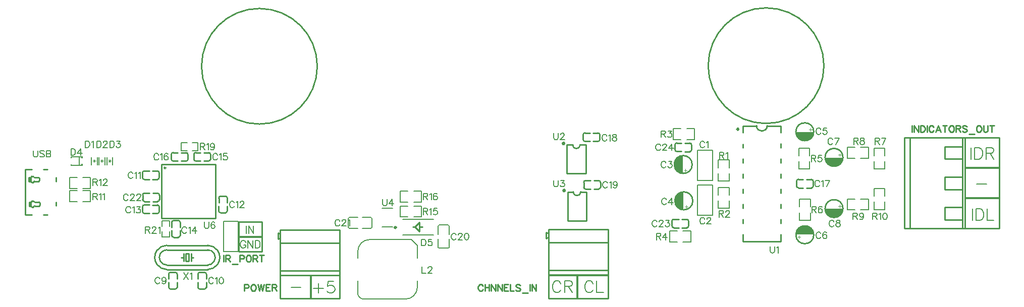
<source format=gto>
G04 Layer: TopSilkscreenLayer*
G04 EasyEDA v6.5.23, 2023-06-02 21:13:54*
G04 33ff916c08f040c1a4a9353f5c15a4ee,b642c611f69d48ac97ba22acea37c14c,10*
G04 Gerber Generator version 0.2*
G04 Scale: 100 percent, Rotated: No, Reflected: No *
G04 Dimensions in millimeters *
G04 leading zeros omitted , absolute positions ,4 integer and 5 decimal *
%FSLAX45Y45*%
%MOMM*%

%ADD10C,0.1524*%
%ADD11C,0.2500*%
%ADD12C,0.2032*%
%ADD13C,0.2540*%
%ADD14C,0.2007*%
%ADD15C,0.1300*%
%ADD16C,0.1000*%
%ADD17C,0.1520*%
%ADD18C,0.0800*%
%ADD19C,0.2400*%
%ADD20C,0.3000*%
%ADD21C,0.0136*%

%LPD*%
D10*
X3830065Y9175242D02*
G01*
X3830065Y9097263D01*
X3835145Y9081770D01*
X3845559Y9071355D01*
X3861054Y9066276D01*
X3871468Y9066276D01*
X3887215Y9071355D01*
X3897629Y9081770D01*
X3902709Y9097263D01*
X3902709Y9175242D01*
X3999484Y9159747D02*
G01*
X3994150Y9170162D01*
X3978656Y9175242D01*
X3968241Y9175242D01*
X3952493Y9170162D01*
X3942334Y9154413D01*
X3937000Y9128505D01*
X3937000Y9102597D01*
X3942334Y9081770D01*
X3952493Y9071355D01*
X3968241Y9066276D01*
X3973322Y9066276D01*
X3989070Y9071355D01*
X3999484Y9081770D01*
X4004563Y9097263D01*
X4004563Y9102597D01*
X3999484Y9118092D01*
X3989070Y9128505D01*
X3973322Y9133839D01*
X3968241Y9133839D01*
X3952493Y9128505D01*
X3942334Y9118092D01*
X3937000Y9102597D01*
D11*
X4150106Y8615426D02*
G01*
X4150106Y8506205D01*
X4184395Y8615426D02*
G01*
X4184395Y8506205D01*
X4184395Y8615426D02*
G01*
X4231131Y8615426D01*
X4246625Y8610092D01*
X4251959Y8605012D01*
X4257040Y8594597D01*
X4257040Y8584184D01*
X4251959Y8573770D01*
X4246625Y8568436D01*
X4231131Y8563355D01*
X4184395Y8563355D01*
X4220718Y8563355D02*
G01*
X4257040Y8506205D01*
X4291329Y8469884D02*
G01*
X4384802Y8469884D01*
X4419091Y8615426D02*
G01*
X4419091Y8506205D01*
X4419091Y8615426D02*
G01*
X4465827Y8615426D01*
X4481575Y8610092D01*
X4486656Y8605012D01*
X4491990Y8594597D01*
X4491990Y8578850D01*
X4486656Y8568436D01*
X4481575Y8563355D01*
X4465827Y8558276D01*
X4419091Y8558276D01*
X4557268Y8615426D02*
G01*
X4546854Y8610092D01*
X4536440Y8599678D01*
X4531359Y8589263D01*
X4526279Y8573770D01*
X4526279Y8547862D01*
X4531359Y8532113D01*
X4536440Y8521700D01*
X4546854Y8511286D01*
X4557268Y8506205D01*
X4578095Y8506205D01*
X4588509Y8511286D01*
X4598924Y8521700D01*
X4604004Y8532113D01*
X4609338Y8547862D01*
X4609338Y8573770D01*
X4604004Y8589263D01*
X4598924Y8599678D01*
X4588509Y8610092D01*
X4578095Y8615426D01*
X4557268Y8615426D01*
X4643627Y8615426D02*
G01*
X4643627Y8506205D01*
X4643627Y8615426D02*
G01*
X4690363Y8615426D01*
X4705858Y8610092D01*
X4711191Y8605012D01*
X4716272Y8594597D01*
X4716272Y8584184D01*
X4711191Y8573770D01*
X4705858Y8568436D01*
X4690363Y8563355D01*
X4643627Y8563355D01*
X4679950Y8563355D02*
G01*
X4716272Y8506205D01*
X4786884Y8615426D02*
G01*
X4786884Y8506205D01*
X4750561Y8615426D02*
G01*
X4823459Y8615426D01*
X4499863Y8125205D02*
G01*
X4499863Y8016239D01*
X4499863Y8125205D02*
G01*
X4546600Y8125205D01*
X4562093Y8120126D01*
X4567427Y8115045D01*
X4572508Y8104631D01*
X4572508Y8088884D01*
X4567427Y8078470D01*
X4562093Y8073389D01*
X4546600Y8068055D01*
X4499863Y8068055D01*
X4638040Y8125205D02*
G01*
X4627625Y8120126D01*
X4617211Y8109712D01*
X4612131Y8099297D01*
X4606797Y8083804D01*
X4606797Y8057895D01*
X4612131Y8042147D01*
X4617211Y8031734D01*
X4627625Y8021320D01*
X4638040Y8016239D01*
X4658868Y8016239D01*
X4669281Y8021320D01*
X4679441Y8031734D01*
X4684775Y8042147D01*
X4689856Y8057895D01*
X4689856Y8083804D01*
X4684775Y8099297D01*
X4679441Y8109712D01*
X4669281Y8120126D01*
X4658868Y8125205D01*
X4638040Y8125205D01*
X4724145Y8125205D02*
G01*
X4750308Y8016239D01*
X4776215Y8125205D02*
G01*
X4750308Y8016239D01*
X4776215Y8125205D02*
G01*
X4802124Y8016239D01*
X4828031Y8125205D02*
G01*
X4802124Y8016239D01*
X4862322Y8125205D02*
G01*
X4862322Y8016239D01*
X4862322Y8125205D02*
G01*
X4929886Y8125205D01*
X4862322Y8073389D02*
G01*
X4903977Y8073389D01*
X4862322Y8016239D02*
G01*
X4929886Y8016239D01*
X4964175Y8125205D02*
G01*
X4964175Y8016239D01*
X4964175Y8125205D02*
G01*
X5010911Y8125205D01*
X5026659Y8120126D01*
X5031740Y8115045D01*
X5037074Y8104631D01*
X5037074Y8094218D01*
X5031740Y8083804D01*
X5026659Y8078470D01*
X5010911Y8073389D01*
X4964175Y8073389D01*
X5000752Y8073389D02*
G01*
X5037074Y8016239D01*
X8497824Y8099297D02*
G01*
X8492743Y8109712D01*
X8482329Y8120126D01*
X8471915Y8125205D01*
X8451088Y8125205D01*
X8440674Y8120126D01*
X8430259Y8109712D01*
X8425179Y8099297D01*
X8420100Y8083804D01*
X8420100Y8057895D01*
X8425179Y8042147D01*
X8430259Y8031734D01*
X8440674Y8021320D01*
X8451088Y8016239D01*
X8471915Y8016239D01*
X8482329Y8021320D01*
X8492743Y8031734D01*
X8497824Y8042147D01*
X8532113Y8125205D02*
G01*
X8532113Y8016239D01*
X8605011Y8125205D02*
G01*
X8605011Y8016239D01*
X8532113Y8073389D02*
G01*
X8605011Y8073389D01*
X8639302Y8125205D02*
G01*
X8639302Y8016239D01*
X8639302Y8125205D02*
G01*
X8711945Y8016239D01*
X8711945Y8125205D02*
G01*
X8711945Y8016239D01*
X8746236Y8125205D02*
G01*
X8746236Y8016239D01*
X8746236Y8125205D02*
G01*
X8818879Y8016239D01*
X8818879Y8125205D02*
G01*
X8818879Y8016239D01*
X8853170Y8125205D02*
G01*
X8853170Y8016239D01*
X8853170Y8125205D02*
G01*
X8920734Y8125205D01*
X8853170Y8073389D02*
G01*
X8894825Y8073389D01*
X8853170Y8016239D02*
G01*
X8920734Y8016239D01*
X8955024Y8125205D02*
G01*
X8955024Y8016239D01*
X8955024Y8016239D02*
G01*
X9017508Y8016239D01*
X9124441Y8109712D02*
G01*
X9114027Y8120126D01*
X9098534Y8125205D01*
X9077706Y8125205D01*
X9062211Y8120126D01*
X9051797Y8109712D01*
X9051797Y8099297D01*
X9056877Y8088884D01*
X9062211Y8083804D01*
X9072625Y8078470D01*
X9103613Y8068055D01*
X9114027Y8062976D01*
X9119361Y8057895D01*
X9124441Y8047481D01*
X9124441Y8031734D01*
X9114027Y8021320D01*
X9098534Y8016239D01*
X9077706Y8016239D01*
X9062211Y8021320D01*
X9051797Y8031734D01*
X9158731Y7979918D02*
G01*
X9252204Y7979918D01*
X9286493Y8125205D02*
G01*
X9286493Y8016239D01*
X9320784Y8125205D02*
G01*
X9320784Y8016239D01*
X9320784Y8125205D02*
G01*
X9393681Y8016239D01*
X9393681Y8125205D02*
G01*
X9393681Y8016239D01*
X15699993Y10795254D02*
G01*
X15699993Y10686287D01*
X15734284Y10795254D02*
G01*
X15734284Y10686287D01*
X15734284Y10795254D02*
G01*
X15806927Y10686287D01*
X15806927Y10795254D02*
G01*
X15806927Y10686287D01*
X15841218Y10795254D02*
G01*
X15841218Y10686287D01*
X15841218Y10795254D02*
G01*
X15877540Y10795254D01*
X15893288Y10790174D01*
X15903702Y10779760D01*
X15908781Y10769345D01*
X15914116Y10753852D01*
X15914116Y10727689D01*
X15908781Y10712195D01*
X15903702Y10701781D01*
X15893288Y10691368D01*
X15877540Y10686287D01*
X15841218Y10686287D01*
X15948406Y10795254D02*
G01*
X15948406Y10686287D01*
X16060420Y10769345D02*
G01*
X16055340Y10779760D01*
X16044925Y10790174D01*
X16034511Y10795254D01*
X16013684Y10795254D01*
X16003270Y10790174D01*
X15993109Y10779760D01*
X15987775Y10769345D01*
X15982695Y10753852D01*
X15982695Y10727689D01*
X15987775Y10712195D01*
X15993109Y10701781D01*
X16003270Y10691368D01*
X16013684Y10686287D01*
X16034511Y10686287D01*
X16044925Y10691368D01*
X16055340Y10701781D01*
X16060420Y10712195D01*
X16136366Y10795254D02*
G01*
X16094709Y10686287D01*
X16136366Y10795254D02*
G01*
X16178022Y10686287D01*
X16110458Y10722610D02*
G01*
X16162274Y10722610D01*
X16248634Y10795254D02*
G01*
X16248634Y10686287D01*
X16212311Y10795254D02*
G01*
X16284956Y10795254D01*
X16350488Y10795254D02*
G01*
X16340074Y10790174D01*
X16329659Y10779760D01*
X16324579Y10769345D01*
X16319245Y10753852D01*
X16319245Y10727689D01*
X16324579Y10712195D01*
X16329659Y10701781D01*
X16340074Y10691368D01*
X16350488Y10686287D01*
X16371316Y10686287D01*
X16381729Y10691368D01*
X16391890Y10701781D01*
X16397224Y10712195D01*
X16402304Y10727689D01*
X16402304Y10753852D01*
X16397224Y10769345D01*
X16391890Y10779760D01*
X16381729Y10790174D01*
X16371316Y10795254D01*
X16350488Y10795254D01*
X16436593Y10795254D02*
G01*
X16436593Y10686287D01*
X16436593Y10795254D02*
G01*
X16483329Y10795254D01*
X16499077Y10790174D01*
X16504158Y10784839D01*
X16509491Y10774426D01*
X16509491Y10764265D01*
X16504158Y10753852D01*
X16499077Y10748518D01*
X16483329Y10743437D01*
X16436593Y10743437D01*
X16473170Y10743437D02*
G01*
X16509491Y10686287D01*
X16616425Y10779760D02*
G01*
X16606011Y10790174D01*
X16590518Y10795254D01*
X16569690Y10795254D01*
X16554195Y10790174D01*
X16543781Y10779760D01*
X16543781Y10769345D01*
X16548861Y10758931D01*
X16554195Y10753852D01*
X16564609Y10748518D01*
X16595597Y10738104D01*
X16606011Y10733024D01*
X16611345Y10727689D01*
X16616425Y10717276D01*
X16616425Y10701781D01*
X16606011Y10691368D01*
X16590518Y10686287D01*
X16569690Y10686287D01*
X16554195Y10691368D01*
X16543781Y10701781D01*
X16650716Y10649965D02*
G01*
X16744188Y10649965D01*
X16809720Y10795254D02*
G01*
X16799306Y10790174D01*
X16788891Y10779760D01*
X16783811Y10769345D01*
X16778477Y10753852D01*
X16778477Y10727689D01*
X16783811Y10712195D01*
X16788891Y10701781D01*
X16799306Y10691368D01*
X16809720Y10686287D01*
X16830548Y10686287D01*
X16840961Y10691368D01*
X16851375Y10701781D01*
X16856456Y10712195D01*
X16861790Y10727689D01*
X16861790Y10753852D01*
X16856456Y10769345D01*
X16851375Y10779760D01*
X16840961Y10790174D01*
X16830548Y10795254D01*
X16809720Y10795254D01*
X16896079Y10795254D02*
G01*
X16896079Y10717276D01*
X16901159Y10701781D01*
X16911574Y10691368D01*
X16927068Y10686287D01*
X16937481Y10686287D01*
X16953229Y10691368D01*
X16963390Y10701781D01*
X16968724Y10717276D01*
X16968724Y10795254D01*
X17039336Y10795254D02*
G01*
X17039336Y10686287D01*
X17003013Y10795254D02*
G01*
X17075658Y10795254D01*
D12*
X5742820Y8147210D02*
G01*
X5742820Y7981094D01*
X5659762Y8064152D02*
G01*
X5826132Y8064152D01*
X5997836Y8175150D02*
G01*
X5905380Y8175150D01*
X5896236Y8091838D01*
X5905380Y8101236D01*
X5933066Y8110380D01*
X5960752Y8110380D01*
X5988692Y8101236D01*
X6006980Y8082694D01*
X6016378Y8055008D01*
X6016378Y8036466D01*
X6006980Y8008780D01*
X5988692Y7990238D01*
X5960752Y7981094D01*
X5933066Y7981094D01*
X5905380Y7990238D01*
X5896236Y7999636D01*
X5887092Y8017924D01*
X5279671Y8074263D02*
G01*
X5446041Y8074263D01*
X10348490Y8138891D02*
G01*
X10339346Y8157433D01*
X10320804Y8175721D01*
X10302262Y8185119D01*
X10265432Y8185119D01*
X10246890Y8175721D01*
X10228348Y8157433D01*
X10219204Y8138891D01*
X10210060Y8111205D01*
X10210060Y8064977D01*
X10219204Y8037291D01*
X10228348Y8018749D01*
X10246890Y8000207D01*
X10265432Y7991063D01*
X10302262Y7991063D01*
X10320804Y8000207D01*
X10339346Y8018749D01*
X10348490Y8037291D01*
X10409450Y8185119D02*
G01*
X10409450Y7991063D01*
X10409450Y7991063D02*
G01*
X10520194Y7991063D01*
X9808387Y8138789D02*
G01*
X9799243Y8157331D01*
X9780701Y8175873D01*
X9762413Y8185017D01*
X9725329Y8185017D01*
X9706787Y8175873D01*
X9688499Y8157331D01*
X9679101Y8138789D01*
X9669957Y8111103D01*
X9669957Y8064875D01*
X9679101Y8037189D01*
X9688499Y8018901D01*
X9706787Y8000359D01*
X9725329Y7990961D01*
X9762413Y7990961D01*
X9780701Y8000359D01*
X9799243Y8018901D01*
X9808387Y8037189D01*
X9869347Y8185017D02*
G01*
X9869347Y7990961D01*
X9869347Y8185017D02*
G01*
X9952659Y8185017D01*
X9980345Y8175873D01*
X9989489Y8166475D01*
X9998887Y8148187D01*
X9998887Y8129645D01*
X9989489Y8111103D01*
X9980345Y8101959D01*
X9952659Y8092561D01*
X9869347Y8092561D01*
X9934117Y8092561D02*
G01*
X9998887Y7990961D01*
X16779963Y9814239D02*
G01*
X16946333Y9814239D01*
X16690068Y10424932D02*
G01*
X16690068Y10231130D01*
X16751028Y10424932D02*
G01*
X16751028Y10231130D01*
X16751028Y10424932D02*
G01*
X16815544Y10424932D01*
X16843230Y10415788D01*
X16861772Y10397246D01*
X16870916Y10378958D01*
X16880314Y10351018D01*
X16880314Y10305044D01*
X16870916Y10277358D01*
X16861772Y10258816D01*
X16843230Y10240274D01*
X16815544Y10231130D01*
X16751028Y10231130D01*
X16941274Y10424932D02*
G01*
X16941274Y10231130D01*
X16941274Y10424932D02*
G01*
X17024332Y10424932D01*
X17052018Y10415788D01*
X17061162Y10406644D01*
X17070560Y10388102D01*
X17070560Y10369560D01*
X17061162Y10351018D01*
X17052018Y10341874D01*
X17024332Y10332730D01*
X16941274Y10332730D01*
X17005790Y10332730D02*
G01*
X17070560Y10231130D01*
X16709915Y9394959D02*
G01*
X16709915Y9201157D01*
X16770875Y9394959D02*
G01*
X16770875Y9201157D01*
X16770875Y9394959D02*
G01*
X16835645Y9394959D01*
X16863331Y9385815D01*
X16881873Y9367273D01*
X16891017Y9348731D01*
X16900161Y9321045D01*
X16900161Y9275071D01*
X16891017Y9247131D01*
X16881873Y9228843D01*
X16863331Y9210301D01*
X16835645Y9201157D01*
X16770875Y9201157D01*
X16961121Y9394959D02*
G01*
X16961121Y9201157D01*
X16961121Y9201157D02*
G01*
X17072119Y9201157D01*
X4529996Y9111152D02*
G01*
X4529996Y8986946D01*
X4568858Y9111152D02*
G01*
X4568858Y8986946D01*
X4568858Y9111152D02*
G01*
X4651662Y8986946D01*
X4651662Y9111152D02*
G01*
X4651662Y8986946D01*
X4518593Y8831592D02*
G01*
X4512751Y8843530D01*
X4500813Y8855214D01*
X4489129Y8861056D01*
X4465507Y8861056D01*
X4453569Y8855214D01*
X4441885Y8843530D01*
X4435789Y8831592D01*
X4429947Y8813812D01*
X4429947Y8784348D01*
X4435789Y8766568D01*
X4441885Y8754884D01*
X4453569Y8742946D01*
X4465507Y8737104D01*
X4489129Y8737104D01*
X4500813Y8742946D01*
X4512751Y8754884D01*
X4518593Y8766568D01*
X4518593Y8784348D01*
X4489129Y8784348D02*
G01*
X4518593Y8784348D01*
X4557709Y8861056D02*
G01*
X4557709Y8737104D01*
X4557709Y8861056D02*
G01*
X4640259Y8737104D01*
X4640259Y8861056D02*
G01*
X4640259Y8737104D01*
X4679375Y8861056D02*
G01*
X4679375Y8737104D01*
X4679375Y8861056D02*
G01*
X4720777Y8861056D01*
X4738557Y8855214D01*
X4750241Y8843530D01*
X4756083Y8831592D01*
X4762179Y8813812D01*
X4762179Y8784348D01*
X4756083Y8766568D01*
X4750241Y8754884D01*
X4738557Y8742946D01*
X4720777Y8737104D01*
X4679375Y8737104D01*
D10*
X2547874Y9619234D02*
G01*
X2542793Y9629647D01*
X2532379Y9640062D01*
X2521965Y9645395D01*
X2501138Y9645395D01*
X2490724Y9640062D01*
X2480309Y9629647D01*
X2475229Y9619234D01*
X2469895Y9603739D01*
X2469895Y9577831D01*
X2475229Y9562084D01*
X2480309Y9551924D01*
X2490724Y9541510D01*
X2501138Y9536176D01*
X2521965Y9536176D01*
X2532379Y9541510D01*
X2542793Y9551924D01*
X2547874Y9562084D01*
X2587497Y9619234D02*
G01*
X2587497Y9624568D01*
X2592577Y9634981D01*
X2597911Y9640062D01*
X2608072Y9645395D01*
X2628900Y9645395D01*
X2639313Y9640062D01*
X2644647Y9634981D01*
X2649727Y9624568D01*
X2649727Y9614154D01*
X2644647Y9603739D01*
X2634234Y9588245D01*
X2582163Y9536176D01*
X2655061Y9536176D01*
X2694431Y9619234D02*
G01*
X2694431Y9624568D01*
X2699511Y9634981D01*
X2704845Y9640062D01*
X2715259Y9645395D01*
X2736088Y9645395D01*
X2746502Y9640062D01*
X2751581Y9634981D01*
X2756661Y9624568D01*
X2756661Y9614154D01*
X2751581Y9603739D01*
X2741168Y9588245D01*
X2689352Y9536176D01*
X2761995Y9536176D01*
X8047979Y8959466D02*
G01*
X8042645Y8969626D01*
X8032231Y8980040D01*
X8021817Y8985374D01*
X8001243Y8985374D01*
X7990829Y8980040D01*
X7980415Y8969626D01*
X7975081Y8959466D01*
X7970001Y8943718D01*
X7970001Y8917810D01*
X7975081Y8902316D01*
X7980415Y8891902D01*
X7990829Y8881488D01*
X8001243Y8876154D01*
X8021817Y8876154D01*
X8032231Y8881488D01*
X8042645Y8891902D01*
X8047979Y8902316D01*
X8087349Y8959466D02*
G01*
X8087349Y8964546D01*
X8092683Y8974960D01*
X8097763Y8980040D01*
X8108177Y8985374D01*
X8129005Y8985374D01*
X8139419Y8980040D01*
X8144499Y8974960D01*
X8149833Y8964546D01*
X8149833Y8954132D01*
X8144499Y8943718D01*
X8134085Y8928224D01*
X8082269Y8876154D01*
X8154913Y8876154D01*
X8220445Y8985374D02*
G01*
X8204697Y8980040D01*
X8194537Y8964546D01*
X8189203Y8938638D01*
X8189203Y8922890D01*
X8194537Y8896982D01*
X8204697Y8881488D01*
X8220445Y8876154D01*
X8230859Y8876154D01*
X8246353Y8881488D01*
X8256767Y8896982D01*
X8261847Y8922890D01*
X8261847Y8938638D01*
X8256767Y8964546D01*
X8246353Y8980040D01*
X8230859Y8985374D01*
X8220445Y8985374D01*
X6098031Y9189465D02*
G01*
X6092697Y9199626D01*
X6082284Y9210039D01*
X6071870Y9215374D01*
X6051041Y9215374D01*
X6040881Y9210039D01*
X6030468Y9199626D01*
X6025134Y9189465D01*
X6020054Y9173718D01*
X6020054Y9147810D01*
X6025134Y9132315D01*
X6030468Y9121902D01*
X6040881Y9111487D01*
X6051041Y9106154D01*
X6071870Y9106154D01*
X6082284Y9111487D01*
X6092697Y9121902D01*
X6098031Y9132315D01*
X6137402Y9189465D02*
G01*
X6137402Y9194545D01*
X6142481Y9204960D01*
X6147815Y9210039D01*
X6158229Y9215374D01*
X6179058Y9215374D01*
X6189472Y9210039D01*
X6194552Y9204960D01*
X6199631Y9194545D01*
X6199631Y9184131D01*
X6194552Y9173718D01*
X6184138Y9158224D01*
X6132322Y9106154D01*
X6204965Y9106154D01*
X6239256Y9194545D02*
G01*
X6249670Y9199626D01*
X6265163Y9215374D01*
X6265163Y9106154D01*
X7469985Y8885196D02*
G01*
X7469985Y8776230D01*
X7469985Y8885196D02*
G01*
X7506307Y8885196D01*
X7522055Y8880116D01*
X7532215Y8869702D01*
X7537549Y8859288D01*
X7542629Y8843794D01*
X7542629Y8817886D01*
X7537549Y8802138D01*
X7532215Y8791724D01*
X7522055Y8781310D01*
X7506307Y8776230D01*
X7469985Y8776230D01*
X7639403Y8885196D02*
G01*
X7587333Y8885196D01*
X7582253Y8838460D01*
X7587333Y8843794D01*
X7603081Y8848874D01*
X7618575Y8848874D01*
X7634069Y8843794D01*
X7644483Y8833380D01*
X7649817Y8817886D01*
X7649817Y8807472D01*
X7644483Y8791724D01*
X7634069Y8781310D01*
X7618575Y8776230D01*
X7603081Y8776230D01*
X7587333Y8781310D01*
X7582253Y8786644D01*
X7576919Y8797058D01*
X12469975Y10345219D02*
G01*
X12469975Y10236253D01*
X12469975Y10345219D02*
G01*
X12516711Y10345219D01*
X12532205Y10340139D01*
X12537539Y10334805D01*
X12542619Y10324645D01*
X12542619Y10314231D01*
X12537539Y10303817D01*
X12532205Y10298483D01*
X12516711Y10293403D01*
X12469975Y10293403D01*
X12506297Y10293403D02*
G01*
X12542619Y10236253D01*
X12576909Y10324645D02*
G01*
X12587323Y10329725D01*
X12603071Y10345219D01*
X12603071Y10236253D01*
X12460218Y9365162D02*
G01*
X12460218Y9256196D01*
X12460218Y9365162D02*
G01*
X12506954Y9365162D01*
X12522448Y9360082D01*
X12527782Y9354748D01*
X12532862Y9344334D01*
X12532862Y9334174D01*
X12527782Y9323760D01*
X12522448Y9318426D01*
X12506954Y9313346D01*
X12460218Y9313346D01*
X12496540Y9313346D02*
G01*
X12532862Y9256196D01*
X12572486Y9339254D02*
G01*
X12572486Y9344334D01*
X12577566Y9354748D01*
X12582900Y9360082D01*
X12593314Y9365162D01*
X12613888Y9365162D01*
X12624302Y9360082D01*
X12629636Y9354748D01*
X12634716Y9344334D01*
X12634716Y9334174D01*
X12629636Y9323760D01*
X12619222Y9308012D01*
X12567152Y9256196D01*
X12640050Y9256196D01*
X11490104Y10705421D02*
G01*
X11490104Y10596201D01*
X11490104Y10705421D02*
G01*
X11536840Y10705421D01*
X11552334Y10700087D01*
X11557414Y10695007D01*
X11562748Y10684593D01*
X11562748Y10674179D01*
X11557414Y10663765D01*
X11552334Y10658431D01*
X11536840Y10653351D01*
X11490104Y10653351D01*
X11526426Y10653351D02*
G01*
X11562748Y10596201D01*
X11607452Y10705421D02*
G01*
X11664602Y10705421D01*
X11633360Y10663765D01*
X11648854Y10663765D01*
X11659268Y10658431D01*
X11664602Y10653351D01*
X11669682Y10637857D01*
X11669682Y10627443D01*
X11664602Y10611695D01*
X11654188Y10601281D01*
X11638694Y10596201D01*
X11622946Y10596201D01*
X11607452Y10601281D01*
X11602118Y10606615D01*
X11597038Y10617029D01*
X11409875Y8985196D02*
G01*
X11409875Y8876230D01*
X11409875Y8985196D02*
G01*
X11456611Y8985196D01*
X11472359Y8980116D01*
X11477439Y8975036D01*
X11482773Y8964622D01*
X11482773Y8954208D01*
X11477439Y8943794D01*
X11472359Y8938460D01*
X11456611Y8933380D01*
X11409875Y8933380D01*
X11446451Y8933380D02*
G01*
X11482773Y8876230D01*
X11568879Y8985196D02*
G01*
X11517063Y8912552D01*
X11595041Y8912552D01*
X11568879Y8985196D02*
G01*
X11568879Y8876230D01*
X14010027Y10295432D02*
G01*
X14010027Y10186212D01*
X14010027Y10295432D02*
G01*
X14056763Y10295432D01*
X14072257Y10290098D01*
X14077591Y10285018D01*
X14082671Y10274604D01*
X14082671Y10264190D01*
X14077591Y10253776D01*
X14072257Y10248442D01*
X14056763Y10243362D01*
X14010027Y10243362D01*
X14046349Y10243362D02*
G01*
X14082671Y10186212D01*
X14179445Y10295432D02*
G01*
X14127375Y10295432D01*
X14122295Y10248442D01*
X14127375Y10253776D01*
X14142869Y10258856D01*
X14158617Y10258856D01*
X14174111Y10253776D01*
X14184525Y10243362D01*
X14189859Y10227868D01*
X14189859Y10217454D01*
X14184525Y10201706D01*
X14174111Y10191292D01*
X14158617Y10186212D01*
X14142869Y10186212D01*
X14127375Y10191292D01*
X14122295Y10196626D01*
X14116961Y10207040D01*
X14020104Y9435259D02*
G01*
X14020104Y9326293D01*
X14020104Y9435259D02*
G01*
X14066840Y9435259D01*
X14082334Y9430179D01*
X14087414Y9424845D01*
X14092748Y9414431D01*
X14092748Y9404271D01*
X14087414Y9393857D01*
X14082334Y9388523D01*
X14066840Y9383443D01*
X14020104Y9383443D01*
X14056426Y9383443D02*
G01*
X14092748Y9326293D01*
X14189268Y9419765D02*
G01*
X14184188Y9430179D01*
X14168694Y9435259D01*
X14158280Y9435259D01*
X14142532Y9430179D01*
X14132118Y9414431D01*
X14127038Y9388523D01*
X14127038Y9362615D01*
X14132118Y9341787D01*
X14142532Y9331373D01*
X14158280Y9326293D01*
X14163360Y9326293D01*
X14178854Y9331373D01*
X14189268Y9341787D01*
X14194602Y9357281D01*
X14194602Y9362615D01*
X14189268Y9378109D01*
X14178854Y9388523D01*
X14163360Y9393857D01*
X14158280Y9393857D01*
X14142532Y9388523D01*
X14132118Y9378109D01*
X14127038Y9362615D01*
X15079959Y10585229D02*
G01*
X15079959Y10476263D01*
X15079959Y10585229D02*
G01*
X15126695Y10585229D01*
X15142189Y10580149D01*
X15147523Y10574815D01*
X15152603Y10564655D01*
X15152603Y10554241D01*
X15147523Y10543827D01*
X15142189Y10538493D01*
X15126695Y10533413D01*
X15079959Y10533413D01*
X15116281Y10533413D02*
G01*
X15152603Y10476263D01*
X15259791Y10585229D02*
G01*
X15207721Y10476263D01*
X15186893Y10585229D02*
G01*
X15259791Y10585229D01*
X14719937Y10585356D02*
G01*
X14719937Y10476136D01*
X14719937Y10585356D02*
G01*
X14766673Y10585356D01*
X14782421Y10580022D01*
X14787501Y10574942D01*
X14792581Y10564528D01*
X14792581Y10554114D01*
X14787501Y10543700D01*
X14782421Y10538620D01*
X14766673Y10533286D01*
X14719937Y10533286D01*
X14756259Y10533286D02*
G01*
X14792581Y10476136D01*
X14853033Y10585356D02*
G01*
X14837285Y10580022D01*
X14832205Y10569862D01*
X14832205Y10559448D01*
X14837285Y10549034D01*
X14847699Y10543700D01*
X14868527Y10538620D01*
X14884021Y10533286D01*
X14894435Y10522872D01*
X14899769Y10512712D01*
X14899769Y10496964D01*
X14894435Y10486550D01*
X14889355Y10481470D01*
X14873861Y10476136D01*
X14853033Y10476136D01*
X14837285Y10481470D01*
X14832205Y10486550D01*
X14826871Y10496964D01*
X14826871Y10512712D01*
X14832205Y10522872D01*
X14842619Y10533286D01*
X14858113Y10538620D01*
X14878941Y10543700D01*
X14889355Y10549034D01*
X14894435Y10559448D01*
X14894435Y10569862D01*
X14889355Y10580022D01*
X14873861Y10585356D01*
X14853033Y10585356D01*
X14710013Y9325411D02*
G01*
X14710013Y9216191D01*
X14710013Y9325411D02*
G01*
X14756749Y9325411D01*
X14772243Y9320077D01*
X14777577Y9314997D01*
X14782657Y9304583D01*
X14782657Y9294169D01*
X14777577Y9283755D01*
X14772243Y9278675D01*
X14756749Y9273341D01*
X14710013Y9273341D01*
X14746335Y9273341D02*
G01*
X14782657Y9216191D01*
X14884511Y9289089D02*
G01*
X14879431Y9273341D01*
X14869017Y9262927D01*
X14853269Y9257847D01*
X14848189Y9257847D01*
X14832695Y9262927D01*
X14822281Y9273341D01*
X14816947Y9289089D01*
X14816947Y9294169D01*
X14822281Y9309663D01*
X14832695Y9320077D01*
X14848189Y9325411D01*
X14853269Y9325411D01*
X14869017Y9320077D01*
X14879431Y9309663D01*
X14884511Y9289089D01*
X14884511Y9262927D01*
X14879431Y9237019D01*
X14869017Y9221525D01*
X14853269Y9216191D01*
X14842855Y9216191D01*
X14827361Y9221525D01*
X14822281Y9231939D01*
X15039898Y9325335D02*
G01*
X15039898Y9216115D01*
X15039898Y9325335D02*
G01*
X15086634Y9325335D01*
X15102382Y9320255D01*
X15107462Y9314921D01*
X15112796Y9304507D01*
X15112796Y9294093D01*
X15107462Y9283679D01*
X15102382Y9278599D01*
X15086634Y9273265D01*
X15039898Y9273265D01*
X15076220Y9273265D02*
G01*
X15112796Y9216115D01*
X15147086Y9304507D02*
G01*
X15157500Y9309841D01*
X15172994Y9325335D01*
X15172994Y9216115D01*
X15238526Y9325335D02*
G01*
X15222778Y9320255D01*
X15212364Y9304507D01*
X15207284Y9278599D01*
X15207284Y9263105D01*
X15212364Y9236943D01*
X15222778Y9221449D01*
X15238526Y9216115D01*
X15248940Y9216115D01*
X15264434Y9221449D01*
X15274848Y9236943D01*
X15279928Y9263105D01*
X15279928Y9278599D01*
X15274848Y9304507D01*
X15264434Y9320255D01*
X15248940Y9325335D01*
X15238526Y9325335D01*
X14147949Y9849388D02*
G01*
X14142615Y9859802D01*
X14132201Y9870216D01*
X14122041Y9875296D01*
X14101213Y9875296D01*
X14090799Y9870216D01*
X14080385Y9859802D01*
X14075051Y9849388D01*
X14069971Y9833640D01*
X14069971Y9807732D01*
X14075051Y9792238D01*
X14080385Y9781824D01*
X14090799Y9771410D01*
X14101213Y9766330D01*
X14122041Y9766330D01*
X14132201Y9771410D01*
X14142615Y9781824D01*
X14147949Y9792238D01*
X14182239Y9854468D02*
G01*
X14192653Y9859802D01*
X14208147Y9875296D01*
X14208147Y9766330D01*
X14315081Y9875296D02*
G01*
X14263265Y9766330D01*
X14242437Y9875296D02*
G01*
X14315081Y9875296D01*
X11417955Y9179389D02*
G01*
X11412621Y9189803D01*
X11402207Y9200217D01*
X11392047Y9205297D01*
X11371219Y9205297D01*
X11360805Y9200217D01*
X11350391Y9189803D01*
X11345057Y9179389D01*
X11339977Y9163641D01*
X11339977Y9137733D01*
X11345057Y9122239D01*
X11350391Y9111825D01*
X11360805Y9101411D01*
X11371219Y9096331D01*
X11392047Y9096331D01*
X11402207Y9101411D01*
X11412621Y9111825D01*
X11417955Y9122239D01*
X11457325Y9179389D02*
G01*
X11457325Y9184469D01*
X11462659Y9194883D01*
X11467739Y9200217D01*
X11478153Y9205297D01*
X11498981Y9205297D01*
X11509395Y9200217D01*
X11514475Y9194883D01*
X11519809Y9184469D01*
X11519809Y9174055D01*
X11514475Y9163641D01*
X11504061Y9148147D01*
X11452245Y9096331D01*
X11524889Y9096331D01*
X11569593Y9205297D02*
G01*
X11626743Y9205297D01*
X11595501Y9163641D01*
X11611249Y9163641D01*
X11621663Y9158561D01*
X11626743Y9153481D01*
X11632077Y9137733D01*
X11632077Y9127319D01*
X11626743Y9111825D01*
X11616329Y9101411D01*
X11600835Y9096331D01*
X11585087Y9096331D01*
X11569593Y9101411D01*
X11564513Y9106491D01*
X11559179Y9116905D01*
X11477955Y10459387D02*
G01*
X11472621Y10469801D01*
X11462207Y10480215D01*
X11452047Y10485295D01*
X11431219Y10485295D01*
X11420805Y10480215D01*
X11410391Y10469801D01*
X11405057Y10459387D01*
X11399977Y10443639D01*
X11399977Y10417731D01*
X11405057Y10402237D01*
X11410391Y10391823D01*
X11420805Y10381409D01*
X11431219Y10376329D01*
X11452047Y10376329D01*
X11462207Y10381409D01*
X11472621Y10391823D01*
X11477955Y10402237D01*
X11517325Y10459387D02*
G01*
X11517325Y10464467D01*
X11522659Y10474881D01*
X11527739Y10480215D01*
X11538153Y10485295D01*
X11558981Y10485295D01*
X11569395Y10480215D01*
X11574475Y10474881D01*
X11579809Y10464467D01*
X11579809Y10454053D01*
X11574475Y10443639D01*
X11564061Y10428145D01*
X11512245Y10376329D01*
X11584889Y10376329D01*
X11671249Y10485295D02*
G01*
X11619179Y10412651D01*
X11697157Y10412651D01*
X11671249Y10485295D02*
G01*
X11671249Y10376329D01*
X7499878Y9405373D02*
G01*
X7499878Y9296153D01*
X7499878Y9405373D02*
G01*
X7546868Y9405373D01*
X7562362Y9400039D01*
X7567442Y9394959D01*
X7572776Y9384545D01*
X7572776Y9374131D01*
X7567442Y9363717D01*
X7562362Y9358637D01*
X7546868Y9353303D01*
X7499878Y9353303D01*
X7536454Y9353303D02*
G01*
X7572776Y9296153D01*
X7607066Y9384545D02*
G01*
X7617480Y9389625D01*
X7632974Y9405373D01*
X7632974Y9296153D01*
X7729748Y9405373D02*
G01*
X7677678Y9405373D01*
X7672598Y9358637D01*
X7677678Y9363717D01*
X7693172Y9369051D01*
X7708920Y9369051D01*
X7724414Y9363717D01*
X7734828Y9353303D01*
X7739908Y9337809D01*
X7739908Y9327395D01*
X7734828Y9311901D01*
X7724414Y9301487D01*
X7708920Y9296153D01*
X7693172Y9296153D01*
X7677678Y9301487D01*
X7672598Y9306567D01*
X7667264Y9316981D01*
X7499974Y9655398D02*
G01*
X7499974Y9546178D01*
X7499974Y9655398D02*
G01*
X7546710Y9655398D01*
X7562204Y9650064D01*
X7567538Y9644984D01*
X7572618Y9634570D01*
X7572618Y9624156D01*
X7567538Y9613742D01*
X7562204Y9608662D01*
X7546710Y9603328D01*
X7499974Y9603328D01*
X7536296Y9603328D02*
G01*
X7572618Y9546178D01*
X7606908Y9634570D02*
G01*
X7617322Y9639650D01*
X7633070Y9655398D01*
X7633070Y9546178D01*
X7729590Y9639650D02*
G01*
X7724510Y9650064D01*
X7708762Y9655398D01*
X7698348Y9655398D01*
X7682854Y9650064D01*
X7672440Y9634570D01*
X7667360Y9608662D01*
X7667360Y9582500D01*
X7672440Y9561926D01*
X7682854Y9551512D01*
X7698348Y9546178D01*
X7703682Y9546178D01*
X7719176Y9551512D01*
X7729590Y9561926D01*
X7734924Y9577420D01*
X7734924Y9582500D01*
X7729590Y9598248D01*
X7719176Y9608662D01*
X7703682Y9613742D01*
X7698348Y9613742D01*
X7682854Y9608662D01*
X7672440Y9598248D01*
X7667360Y9582500D01*
X1960123Y9655360D02*
G01*
X1960123Y9546140D01*
X1960123Y9655360D02*
G01*
X2006859Y9655360D01*
X2022353Y9650026D01*
X2027433Y9644946D01*
X2032767Y9634532D01*
X2032767Y9624118D01*
X2027433Y9613704D01*
X2022353Y9608624D01*
X2006859Y9603290D01*
X1960123Y9603290D01*
X1996445Y9603290D02*
G01*
X2032767Y9546140D01*
X2067057Y9634532D02*
G01*
X2077471Y9639612D01*
X2092965Y9655360D01*
X2092965Y9546140D01*
X2127255Y9634532D02*
G01*
X2137669Y9639612D01*
X2153163Y9655360D01*
X2153163Y9546140D01*
X1960123Y9895304D02*
G01*
X1960123Y9786338D01*
X1960123Y9895304D02*
G01*
X2006859Y9895304D01*
X2022353Y9890224D01*
X2027433Y9884890D01*
X2032767Y9874476D01*
X2032767Y9864062D01*
X2027433Y9853648D01*
X2022353Y9848568D01*
X2006859Y9843488D01*
X1960123Y9843488D01*
X1996445Y9843488D02*
G01*
X2032767Y9786338D01*
X2067057Y9874476D02*
G01*
X2077471Y9879810D01*
X2092965Y9895304D01*
X2092965Y9786338D01*
X2132589Y9869396D02*
G01*
X2132589Y9874476D01*
X2137669Y9884890D01*
X2143003Y9890224D01*
X2153163Y9895304D01*
X2173991Y9895304D01*
X2184405Y9890224D01*
X2189739Y9884890D01*
X2194819Y9874476D01*
X2194819Y9864062D01*
X2189739Y9853648D01*
X2179325Y9838154D01*
X2127255Y9786338D01*
X2200153Y9786338D01*
X7479883Y8425350D02*
G01*
X7479883Y8316130D01*
X7479883Y8316130D02*
G01*
X7542367Y8316130D01*
X7581737Y8399442D02*
G01*
X7581737Y8404522D01*
X7587071Y8414936D01*
X7592151Y8420016D01*
X7602565Y8425350D01*
X7623393Y8425350D01*
X7633807Y8420016D01*
X7638887Y8414936D01*
X7644221Y8404522D01*
X7644221Y8394108D01*
X7638887Y8383694D01*
X7628473Y8368200D01*
X7576657Y8316130D01*
X7649301Y8316130D01*
X2587972Y9409389D02*
G01*
X2582638Y9419803D01*
X2572224Y9430217D01*
X2562064Y9435297D01*
X2541236Y9435297D01*
X2530822Y9430217D01*
X2520408Y9419803D01*
X2515074Y9409389D01*
X2509994Y9393641D01*
X2509994Y9367733D01*
X2515074Y9352239D01*
X2520408Y9341825D01*
X2530822Y9331411D01*
X2541236Y9326331D01*
X2562064Y9326331D01*
X2572224Y9331411D01*
X2582638Y9341825D01*
X2587972Y9352239D01*
X2622262Y9414469D02*
G01*
X2632676Y9419803D01*
X2648170Y9435297D01*
X2648170Y9326331D01*
X2692874Y9435297D02*
G01*
X2750024Y9435297D01*
X2718782Y9393641D01*
X2734530Y9393641D01*
X2744944Y9388561D01*
X2750024Y9383481D01*
X2755104Y9367733D01*
X2755104Y9357319D01*
X2750024Y9341825D01*
X2739610Y9331411D01*
X2724116Y9326331D01*
X2708368Y9326331D01*
X2692874Y9331411D01*
X2687794Y9336491D01*
X2682460Y9346905D01*
X2627960Y9989388D02*
G01*
X2622626Y9999802D01*
X2612212Y10010216D01*
X2602052Y10015296D01*
X2581224Y10015296D01*
X2570810Y10010216D01*
X2560396Y9999802D01*
X2555062Y9989388D01*
X2549982Y9973640D01*
X2549982Y9947732D01*
X2555062Y9932238D01*
X2560396Y9921824D01*
X2570810Y9911410D01*
X2581224Y9906330D01*
X2602052Y9906330D01*
X2612212Y9911410D01*
X2622626Y9921824D01*
X2627960Y9932238D01*
X2662250Y9994468D02*
G01*
X2672664Y9999802D01*
X2688158Y10015296D01*
X2688158Y9906330D01*
X2722448Y9994468D02*
G01*
X2732862Y9999802D01*
X2748356Y10015296D01*
X2748356Y9906330D01*
X3057979Y10299402D02*
G01*
X3052645Y10309816D01*
X3042231Y10320230D01*
X3032071Y10325310D01*
X3011243Y10325310D01*
X3000829Y10320230D01*
X2990415Y10309816D01*
X2985081Y10299402D01*
X2980001Y10283654D01*
X2980001Y10257746D01*
X2985081Y10242252D01*
X2990415Y10231838D01*
X3000829Y10221424D01*
X3011243Y10216344D01*
X3032071Y10216344D01*
X3042231Y10221424D01*
X3052645Y10231838D01*
X3057979Y10242252D01*
X3092269Y10304482D02*
G01*
X3102683Y10309816D01*
X3118177Y10325310D01*
X3118177Y10216344D01*
X3214951Y10309816D02*
G01*
X3209617Y10320230D01*
X3194123Y10325310D01*
X3183709Y10325310D01*
X3167961Y10320230D01*
X3157801Y10304482D01*
X3152467Y10278574D01*
X3152467Y10252666D01*
X3157801Y10231838D01*
X3167961Y10221424D01*
X3183709Y10216344D01*
X3188789Y10216344D01*
X3204537Y10221424D01*
X3214951Y10231838D01*
X3220031Y10247332D01*
X3220031Y10252666D01*
X3214951Y10268160D01*
X3204537Y10278574D01*
X3188789Y10283654D01*
X3183709Y10283654D01*
X3167961Y10278574D01*
X3157801Y10268160D01*
X3152467Y10252666D01*
X3759982Y10495279D02*
G01*
X3759982Y10386313D01*
X3759982Y10495279D02*
G01*
X3806718Y10495279D01*
X3822212Y10490200D01*
X3827546Y10484865D01*
X3832626Y10474452D01*
X3832626Y10464037D01*
X3827546Y10453624D01*
X3822212Y10448544D01*
X3806718Y10443463D01*
X3759982Y10443463D01*
X3796304Y10443463D02*
G01*
X3832626Y10386313D01*
X3866916Y10474452D02*
G01*
X3877330Y10479786D01*
X3893078Y10495279D01*
X3893078Y10386313D01*
X3994932Y10458958D02*
G01*
X3989598Y10443463D01*
X3979184Y10433050D01*
X3963690Y10427715D01*
X3958356Y10427715D01*
X3942862Y10433050D01*
X3932448Y10443463D01*
X3927368Y10458958D01*
X3927368Y10464037D01*
X3932448Y10479786D01*
X3942862Y10490200D01*
X3958356Y10495279D01*
X3963690Y10495279D01*
X3979184Y10490200D01*
X3989598Y10479786D01*
X3994932Y10458958D01*
X3994932Y10433050D01*
X3989598Y10406887D01*
X3979184Y10391394D01*
X3963690Y10386313D01*
X3953276Y10386313D01*
X3937782Y10391394D01*
X3932448Y10401808D01*
X2840007Y9095303D02*
G01*
X2840007Y8986337D01*
X2840007Y9095303D02*
G01*
X2886743Y9095303D01*
X2902237Y9090223D01*
X2907571Y9084889D01*
X2912651Y9074475D01*
X2912651Y9064061D01*
X2907571Y9053647D01*
X2902237Y9048567D01*
X2886743Y9043487D01*
X2840007Y9043487D01*
X2876329Y9043487D02*
G01*
X2912651Y8986337D01*
X2952275Y9069395D02*
G01*
X2952275Y9074475D01*
X2957355Y9084889D01*
X2962689Y9090223D01*
X2973103Y9095303D01*
X2993677Y9095303D01*
X3004091Y9090223D01*
X3009425Y9084889D01*
X3014505Y9074475D01*
X3014505Y9064061D01*
X3009425Y9053647D01*
X2999011Y9038153D01*
X2946941Y8986337D01*
X3019839Y8986337D01*
X3054129Y9074475D02*
G01*
X3064543Y9079809D01*
X3080037Y9095303D01*
X3080037Y8986337D01*
X12219017Y10505694D02*
G01*
X12213683Y10516108D01*
X12203269Y10526521D01*
X12192855Y10531602D01*
X12172027Y10531602D01*
X12161867Y10526521D01*
X12151453Y10516108D01*
X12146119Y10505694D01*
X12141039Y10490200D01*
X12141039Y10464037D01*
X12146119Y10448544D01*
X12151453Y10438129D01*
X12161867Y10427715D01*
X12172027Y10422636D01*
X12192855Y10422636D01*
X12203269Y10427715D01*
X12213683Y10438129D01*
X12219017Y10448544D01*
X12253307Y10510774D02*
G01*
X12263467Y10516108D01*
X12279215Y10531602D01*
X12279215Y10422636D01*
X12219017Y9222994D02*
G01*
X12213683Y9233408D01*
X12203269Y9243821D01*
X12192855Y9248902D01*
X12172027Y9248902D01*
X12161867Y9243821D01*
X12151453Y9233408D01*
X12146119Y9222994D01*
X12141039Y9207500D01*
X12141039Y9181337D01*
X12146119Y9165844D01*
X12151453Y9155429D01*
X12161867Y9145015D01*
X12172027Y9139936D01*
X12192855Y9139936D01*
X12203269Y9145015D01*
X12213683Y9155429D01*
X12219017Y9165844D01*
X12258387Y9222994D02*
G01*
X12258387Y9228074D01*
X12263467Y9238487D01*
X12268801Y9243821D01*
X12279215Y9248902D01*
X12300043Y9248902D01*
X12310457Y9243821D01*
X12315537Y9238487D01*
X12320617Y9228074D01*
X12320617Y9217913D01*
X12315537Y9207500D01*
X12305123Y9191752D01*
X12253307Y9139936D01*
X12325951Y9139936D01*
X960125Y10375422D02*
G01*
X960125Y10297444D01*
X965205Y10281696D01*
X975619Y10271282D01*
X991113Y10266202D01*
X1001527Y10266202D01*
X1017275Y10271282D01*
X1027435Y10281696D01*
X1032769Y10297444D01*
X1032769Y10375422D01*
X1139703Y10359674D02*
G01*
X1129289Y10370088D01*
X1113795Y10375422D01*
X1092967Y10375422D01*
X1077473Y10370088D01*
X1067059Y10359674D01*
X1067059Y10349260D01*
X1072139Y10338846D01*
X1077473Y10333766D01*
X1087887Y10328432D01*
X1118875Y10318272D01*
X1129289Y10312938D01*
X1134623Y10307858D01*
X1139703Y10297444D01*
X1139703Y10281696D01*
X1129289Y10271282D01*
X1113795Y10266202D01*
X1092967Y10266202D01*
X1077473Y10271282D01*
X1067059Y10281696D01*
X1173993Y10375422D02*
G01*
X1173993Y10266202D01*
X1173993Y10375422D02*
G01*
X1220729Y10375422D01*
X1236477Y10370088D01*
X1241557Y10365008D01*
X1246891Y10354594D01*
X1246891Y10344180D01*
X1241557Y10333766D01*
X1236477Y10328432D01*
X1220729Y10323352D01*
X1173993Y10323352D02*
G01*
X1220729Y10323352D01*
X1236477Y10318272D01*
X1241557Y10312938D01*
X1246891Y10302524D01*
X1246891Y10287030D01*
X1241557Y10276616D01*
X1236477Y10271282D01*
X1220729Y10266202D01*
X1173993Y10266202D01*
X13319996Y8765288D02*
G01*
X13319996Y8687310D01*
X13325076Y8671816D01*
X13335490Y8661402D01*
X13351238Y8656322D01*
X13361652Y8656322D01*
X13377146Y8661402D01*
X13387560Y8671816D01*
X13392640Y8687310D01*
X13392640Y8765288D01*
X13426930Y8744460D02*
G01*
X13437344Y8749794D01*
X13453092Y8765288D01*
X13453092Y8656322D01*
X9690100Y10665205D02*
G01*
X9690100Y10587481D01*
X9695179Y10571734D01*
X9705593Y10561320D01*
X9721088Y10556239D01*
X9731502Y10556239D01*
X9747250Y10561320D01*
X9757409Y10571734D01*
X9762743Y10587481D01*
X9762743Y10665205D01*
X9802113Y10639297D02*
G01*
X9802113Y10644631D01*
X9807447Y10654792D01*
X9812527Y10660126D01*
X9822941Y10665205D01*
X9843770Y10665205D01*
X9854184Y10660126D01*
X9859263Y10654792D01*
X9864597Y10644631D01*
X9864597Y10634218D01*
X9859263Y10623804D01*
X9848850Y10608055D01*
X9797034Y10556239D01*
X9869677Y10556239D01*
X9690100Y9875265D02*
G01*
X9690100Y9797287D01*
X9695179Y9781794D01*
X9705593Y9771379D01*
X9721088Y9766300D01*
X9731502Y9766300D01*
X9747250Y9771379D01*
X9757409Y9781794D01*
X9762743Y9797287D01*
X9762743Y9875265D01*
X9807447Y9875265D02*
G01*
X9864597Y9875265D01*
X9833356Y9833863D01*
X9848850Y9833863D01*
X9859263Y9828529D01*
X9864597Y9823450D01*
X9869677Y9807702D01*
X9869677Y9797287D01*
X9864597Y9781794D01*
X9854184Y9771379D01*
X9838690Y9766300D01*
X9822941Y9766300D01*
X9807447Y9771379D01*
X9802113Y9776713D01*
X9797034Y9787128D01*
X3527958Y9069410D02*
G01*
X3522624Y9079824D01*
X3512210Y9090238D01*
X3502050Y9095318D01*
X3481222Y9095318D01*
X3470808Y9090238D01*
X3460394Y9079824D01*
X3455060Y9069410D01*
X3449980Y9053662D01*
X3449980Y9027754D01*
X3455060Y9012260D01*
X3460394Y9001846D01*
X3470808Y8991432D01*
X3481222Y8986352D01*
X3502050Y8986352D01*
X3512210Y8991432D01*
X3522624Y9001846D01*
X3527958Y9012260D01*
X3562248Y9074490D02*
G01*
X3572662Y9079824D01*
X3588156Y9095318D01*
X3588156Y8986352D01*
X3674516Y9095318D02*
G01*
X3622446Y9022674D01*
X3700424Y9022674D01*
X3674516Y9095318D02*
G01*
X3674516Y8986352D01*
X4047949Y10299377D02*
G01*
X4042615Y10309791D01*
X4032201Y10320205D01*
X4022041Y10325285D01*
X4001213Y10325285D01*
X3990799Y10320205D01*
X3980385Y10309791D01*
X3975051Y10299377D01*
X3969971Y10283629D01*
X3969971Y10257721D01*
X3975051Y10242227D01*
X3980385Y10231813D01*
X3990799Y10221399D01*
X4001213Y10216319D01*
X4022041Y10216319D01*
X4032201Y10221399D01*
X4042615Y10231813D01*
X4047949Y10242227D01*
X4082239Y10304457D02*
G01*
X4092653Y10309791D01*
X4108147Y10325285D01*
X4108147Y10216319D01*
X4204921Y10325285D02*
G01*
X4152851Y10325285D01*
X4147771Y10278549D01*
X4152851Y10283629D01*
X4168345Y10288963D01*
X4184093Y10288963D01*
X4199587Y10283629D01*
X4210001Y10273469D01*
X4215081Y10257721D01*
X4215081Y10247307D01*
X4210001Y10231813D01*
X4199587Y10221399D01*
X4184093Y10216319D01*
X4168345Y10216319D01*
X4152851Y10221399D01*
X4147771Y10226479D01*
X4142437Y10236893D01*
X10577959Y10619404D02*
G01*
X10572625Y10629818D01*
X10562211Y10640232D01*
X10552051Y10645312D01*
X10531223Y10645312D01*
X10520809Y10640232D01*
X10510395Y10629818D01*
X10505061Y10619404D01*
X10499981Y10603656D01*
X10499981Y10577748D01*
X10505061Y10562254D01*
X10510395Y10551840D01*
X10520809Y10541426D01*
X10531223Y10536346D01*
X10552051Y10536346D01*
X10562211Y10541426D01*
X10572625Y10551840D01*
X10577959Y10562254D01*
X10612249Y10624484D02*
G01*
X10622663Y10629818D01*
X10638157Y10645312D01*
X10638157Y10536346D01*
X10698355Y10645312D02*
G01*
X10682861Y10640232D01*
X10677781Y10629818D01*
X10677781Y10619404D01*
X10682861Y10608990D01*
X10693275Y10603656D01*
X10714103Y10598576D01*
X10729597Y10593496D01*
X10740011Y10583082D01*
X10745091Y10572668D01*
X10745091Y10556920D01*
X10740011Y10546506D01*
X10734931Y10541426D01*
X10719183Y10536346D01*
X10698355Y10536346D01*
X10682861Y10541426D01*
X10677781Y10546506D01*
X10672447Y10556920D01*
X10672447Y10572668D01*
X10677781Y10583082D01*
X10687941Y10593496D01*
X10703689Y10598576D01*
X10724517Y10603656D01*
X10734931Y10608990D01*
X10740011Y10619404D01*
X10740011Y10629818D01*
X10734931Y10640232D01*
X10719183Y10645312D01*
X10698355Y10645312D01*
X10587964Y9829398D02*
G01*
X10582630Y9839812D01*
X10572216Y9850226D01*
X10562056Y9855306D01*
X10541228Y9855306D01*
X10530814Y9850226D01*
X10520400Y9839812D01*
X10515066Y9829398D01*
X10509986Y9813650D01*
X10509986Y9787742D01*
X10515066Y9772248D01*
X10520400Y9761834D01*
X10530814Y9751420D01*
X10541228Y9746340D01*
X10562056Y9746340D01*
X10572216Y9751420D01*
X10582630Y9761834D01*
X10587964Y9772248D01*
X10622254Y9834478D02*
G01*
X10632668Y9839812D01*
X10648162Y9855306D01*
X10648162Y9746340D01*
X10750016Y9818984D02*
G01*
X10744936Y9803490D01*
X10734522Y9793076D01*
X10718774Y9787742D01*
X10713694Y9787742D01*
X10697946Y9793076D01*
X10687786Y9803490D01*
X10682452Y9818984D01*
X10682452Y9824064D01*
X10687786Y9839812D01*
X10697946Y9850226D01*
X10713694Y9855306D01*
X10718774Y9855306D01*
X10734522Y9850226D01*
X10744936Y9839812D01*
X10750016Y9818984D01*
X10750016Y9793076D01*
X10744936Y9766914D01*
X10734522Y9751420D01*
X10718774Y9746340D01*
X10708360Y9746340D01*
X10692866Y9751420D01*
X10687786Y9761834D01*
X1830009Y10535290D02*
G01*
X1830009Y10426324D01*
X1830009Y10535290D02*
G01*
X1866331Y10535290D01*
X1882079Y10530210D01*
X1892239Y10519796D01*
X1897573Y10509382D01*
X1902653Y10493634D01*
X1902653Y10467726D01*
X1897573Y10452232D01*
X1892239Y10441818D01*
X1882079Y10431404D01*
X1866331Y10426324D01*
X1830009Y10426324D01*
X1936943Y10514462D02*
G01*
X1947357Y10519796D01*
X1963105Y10535290D01*
X1963105Y10426324D01*
X2020008Y10535300D02*
G01*
X2020008Y10426334D01*
X2020008Y10535300D02*
G01*
X2056330Y10535300D01*
X2072078Y10530220D01*
X2082238Y10519806D01*
X2087572Y10509392D01*
X2092652Y10493644D01*
X2092652Y10467736D01*
X2087572Y10452242D01*
X2082238Y10441828D01*
X2072078Y10431414D01*
X2056330Y10426334D01*
X2020008Y10426334D01*
X2132276Y10509392D02*
G01*
X2132276Y10514472D01*
X2137356Y10524886D01*
X2142690Y10530220D01*
X2153104Y10535300D01*
X2173678Y10535300D01*
X2184092Y10530220D01*
X2189426Y10524886D01*
X2194506Y10514472D01*
X2194506Y10504058D01*
X2189426Y10493644D01*
X2179012Y10478150D01*
X2126942Y10426334D01*
X2199840Y10426334D01*
X2239982Y10535285D02*
G01*
X2239982Y10426319D01*
X2239982Y10535285D02*
G01*
X2276304Y10535285D01*
X2292052Y10530204D01*
X2302212Y10519790D01*
X2307546Y10509377D01*
X2312626Y10493629D01*
X2312626Y10467720D01*
X2307546Y10452227D01*
X2302212Y10441812D01*
X2292052Y10431399D01*
X2276304Y10426319D01*
X2239982Y10426319D01*
X2357330Y10535285D02*
G01*
X2414480Y10535285D01*
X2383492Y10493629D01*
X2398986Y10493629D01*
X2409400Y10488549D01*
X2414480Y10483469D01*
X2419814Y10467720D01*
X2419814Y10457306D01*
X2414480Y10441812D01*
X2404066Y10431399D01*
X2388572Y10426319D01*
X2373078Y10426319D01*
X2357330Y10431399D01*
X2352250Y10436479D01*
X2346916Y10446893D01*
X1589976Y10405270D02*
G01*
X1589976Y10296304D01*
X1589976Y10405270D02*
G01*
X1626298Y10405270D01*
X1642046Y10400190D01*
X1652206Y10389776D01*
X1657540Y10379362D01*
X1662620Y10363614D01*
X1662620Y10337706D01*
X1657540Y10322212D01*
X1652206Y10311798D01*
X1642046Y10301384D01*
X1626298Y10296304D01*
X1589976Y10296304D01*
X1748980Y10405270D02*
G01*
X1696910Y10332626D01*
X1774888Y10332626D01*
X1748980Y10405270D02*
G01*
X1748980Y10296304D01*
X3479993Y8325302D02*
G01*
X3552637Y8216336D01*
X3552637Y8325302D02*
G01*
X3479993Y8216336D01*
X3586927Y8304474D02*
G01*
X3597341Y8309808D01*
X3613089Y8325302D01*
X3613089Y8216336D01*
X6819900Y9555226D02*
G01*
X6819900Y9477502D01*
X6825234Y9461754D01*
X6835647Y9451339D01*
X6851141Y9446260D01*
X6861556Y9446260D01*
X6877050Y9451339D01*
X6887463Y9461754D01*
X6892797Y9477502D01*
X6892797Y9555226D01*
X6978904Y9555226D02*
G01*
X6927088Y9482581D01*
X7004811Y9482581D01*
X6978904Y9555226D02*
G01*
X6978904Y9446260D01*
X11567990Y10169446D02*
G01*
X11562656Y10179606D01*
X11552242Y10190020D01*
X11541828Y10195354D01*
X11521254Y10195354D01*
X11510840Y10190020D01*
X11500426Y10179606D01*
X11495092Y10169446D01*
X11490012Y10153698D01*
X11490012Y10127790D01*
X11495092Y10112296D01*
X11500426Y10101882D01*
X11510840Y10091468D01*
X11521254Y10086134D01*
X11541828Y10086134D01*
X11552242Y10091468D01*
X11562656Y10101882D01*
X11567990Y10112296D01*
X11612694Y10195354D02*
G01*
X11669844Y10195354D01*
X11638602Y10153698D01*
X11654096Y10153698D01*
X11664510Y10148618D01*
X11669844Y10143284D01*
X11674924Y10127790D01*
X11674924Y10117376D01*
X11669844Y10101882D01*
X11659430Y10091468D01*
X11643682Y10086134D01*
X11628188Y10086134D01*
X11612694Y10091468D01*
X11607360Y10096548D01*
X11602280Y10106962D01*
X11578008Y9549290D02*
G01*
X11572674Y9559704D01*
X11562260Y9570118D01*
X11551846Y9575452D01*
X11531272Y9575452D01*
X11520858Y9570118D01*
X11510444Y9559704D01*
X11505110Y9549290D01*
X11500030Y9533796D01*
X11500030Y9507888D01*
X11505110Y9492140D01*
X11510444Y9481726D01*
X11520858Y9471312D01*
X11531272Y9466232D01*
X11551846Y9466232D01*
X11562260Y9471312D01*
X11572674Y9481726D01*
X11578008Y9492140D01*
X11664114Y9575452D02*
G01*
X11612298Y9502554D01*
X11690022Y9502554D01*
X11664114Y9575452D02*
G01*
X11664114Y9466232D01*
X14168036Y10729424D02*
G01*
X14162702Y10739838D01*
X14152288Y10749998D01*
X14141874Y10755332D01*
X14121046Y10755332D01*
X14110886Y10749998D01*
X14100472Y10739838D01*
X14095138Y10729424D01*
X14090058Y10713676D01*
X14090058Y10687768D01*
X14095138Y10672274D01*
X14100472Y10661860D01*
X14110886Y10651446D01*
X14121046Y10646112D01*
X14141874Y10646112D01*
X14152288Y10651446D01*
X14162702Y10661860D01*
X14168036Y10672274D01*
X14264556Y10755332D02*
G01*
X14212486Y10755332D01*
X14207406Y10708596D01*
X14212486Y10713676D01*
X14228234Y10719010D01*
X14243728Y10719010D01*
X14259476Y10713676D01*
X14269636Y10703262D01*
X14274970Y10687768D01*
X14274970Y10677354D01*
X14269636Y10661860D01*
X14259476Y10651446D01*
X14243728Y10646112D01*
X14228234Y10646112D01*
X14212486Y10651446D01*
X14207406Y10656526D01*
X14202326Y10666940D01*
X14168036Y8979390D02*
G01*
X14162702Y8989804D01*
X14152288Y9000218D01*
X14141874Y9005298D01*
X14121046Y9005298D01*
X14110886Y9000218D01*
X14100472Y8989804D01*
X14095138Y8979390D01*
X14090058Y8963642D01*
X14090058Y8937734D01*
X14095138Y8922240D01*
X14100472Y8911826D01*
X14110886Y8901412D01*
X14121046Y8896332D01*
X14141874Y8896332D01*
X14152288Y8901412D01*
X14162702Y8911826D01*
X14168036Y8922240D01*
X14264556Y8989804D02*
G01*
X14259476Y9000218D01*
X14243728Y9005298D01*
X14233314Y9005298D01*
X14217820Y9000218D01*
X14207406Y8984470D01*
X14202326Y8958562D01*
X14202326Y8932654D01*
X14207406Y8911826D01*
X14217820Y8901412D01*
X14233314Y8896332D01*
X14238648Y8896332D01*
X14254142Y8901412D01*
X14264556Y8911826D01*
X14269636Y8927320D01*
X14269636Y8932654D01*
X14264556Y8948148D01*
X14254142Y8958562D01*
X14238648Y8963642D01*
X14233314Y8963642D01*
X14217820Y8958562D01*
X14207406Y8948148D01*
X14202326Y8932654D01*
X14368028Y10559252D02*
G01*
X14362694Y10569666D01*
X14352280Y10580080D01*
X14341866Y10585414D01*
X14321038Y10585414D01*
X14310878Y10580080D01*
X14300464Y10569666D01*
X14295130Y10559252D01*
X14290050Y10543758D01*
X14290050Y10517850D01*
X14295130Y10502102D01*
X14300464Y10491688D01*
X14310878Y10481528D01*
X14321038Y10476194D01*
X14341866Y10476194D01*
X14352280Y10481528D01*
X14362694Y10491688D01*
X14368028Y10502102D01*
X14474962Y10585414D02*
G01*
X14422892Y10476194D01*
X14402318Y10585414D02*
G01*
X14474962Y10585414D01*
X14387865Y9179460D02*
G01*
X14382785Y9189620D01*
X14372371Y9200034D01*
X14361957Y9205368D01*
X14341129Y9205368D01*
X14330715Y9200034D01*
X14320301Y9189620D01*
X14315221Y9179460D01*
X14309887Y9163712D01*
X14309887Y9137804D01*
X14315221Y9122310D01*
X14320301Y9111896D01*
X14330715Y9101482D01*
X14341129Y9096148D01*
X14361957Y9096148D01*
X14372371Y9101482D01*
X14382785Y9111896D01*
X14387865Y9122310D01*
X14448063Y9205368D02*
G01*
X14432569Y9200034D01*
X14427489Y9189620D01*
X14427489Y9179460D01*
X14432569Y9169046D01*
X14442983Y9163712D01*
X14463811Y9158632D01*
X14479305Y9153298D01*
X14489719Y9142884D01*
X14495053Y9132470D01*
X14495053Y9116976D01*
X14489719Y9106562D01*
X14484639Y9101482D01*
X14468891Y9096148D01*
X14448063Y9096148D01*
X14432569Y9101482D01*
X14427489Y9106562D01*
X14422155Y9116976D01*
X14422155Y9132470D01*
X14427489Y9142884D01*
X14437903Y9153298D01*
X14453397Y9158632D01*
X14474225Y9163712D01*
X14484639Y9169046D01*
X14489719Y9179460D01*
X14489719Y9189620D01*
X14484639Y9200034D01*
X14468891Y9205368D01*
X14448063Y9205368D01*
X3077961Y8219241D02*
G01*
X3072627Y8229655D01*
X3062213Y8240069D01*
X3052053Y8245403D01*
X3031225Y8245403D01*
X3020811Y8240069D01*
X3010397Y8229655D01*
X3005063Y8219241D01*
X2999983Y8203747D01*
X2999983Y8177839D01*
X3005063Y8162091D01*
X3010397Y8151677D01*
X3020811Y8141517D01*
X3031225Y8136183D01*
X3052053Y8136183D01*
X3062213Y8141517D01*
X3072627Y8151677D01*
X3077961Y8162091D01*
X3179815Y8208827D02*
G01*
X3174481Y8193333D01*
X3164067Y8182919D01*
X3148573Y8177839D01*
X3143493Y8177839D01*
X3127745Y8182919D01*
X3117331Y8193333D01*
X3112251Y8208827D01*
X3112251Y8214161D01*
X3117331Y8229655D01*
X3127745Y8240069D01*
X3143493Y8245403D01*
X3148573Y8245403D01*
X3164067Y8240069D01*
X3174481Y8229655D01*
X3179815Y8208827D01*
X3179815Y8182919D01*
X3174481Y8157011D01*
X3164067Y8141517D01*
X3148573Y8136183D01*
X3138159Y8136183D01*
X3122665Y8141517D01*
X3117331Y8151677D01*
X3977957Y8219249D02*
G01*
X3972623Y8229663D01*
X3962209Y8240077D01*
X3952049Y8245411D01*
X3931221Y8245411D01*
X3920807Y8240077D01*
X3910393Y8229663D01*
X3905059Y8219249D01*
X3899979Y8203755D01*
X3899979Y8177847D01*
X3905059Y8162099D01*
X3910393Y8151685D01*
X3920807Y8141525D01*
X3931221Y8136191D01*
X3952049Y8136191D01*
X3962209Y8141525D01*
X3972623Y8151685D01*
X3977957Y8162099D01*
X4012247Y8224583D02*
G01*
X4022661Y8229663D01*
X4038155Y8245411D01*
X4038155Y8136191D01*
X4103687Y8245411D02*
G01*
X4087939Y8240077D01*
X4077779Y8224583D01*
X4072445Y8198675D01*
X4072445Y8182927D01*
X4077779Y8157019D01*
X4087939Y8141525D01*
X4103687Y8136191D01*
X4114101Y8136191D01*
X4129595Y8141525D01*
X4140009Y8157019D01*
X4145089Y8182927D01*
X4145089Y8198675D01*
X4140009Y8224583D01*
X4129595Y8240077D01*
X4114101Y8245411D01*
X4103687Y8245411D01*
X4327969Y9499249D02*
G01*
X4322635Y9509663D01*
X4312221Y9520077D01*
X4302061Y9525411D01*
X4281233Y9525411D01*
X4270819Y9520077D01*
X4260405Y9509663D01*
X4255071Y9499249D01*
X4249991Y9483755D01*
X4249991Y9457847D01*
X4255071Y9442099D01*
X4260405Y9431685D01*
X4270819Y9421525D01*
X4281233Y9416191D01*
X4302061Y9416191D01*
X4312221Y9421525D01*
X4322635Y9431685D01*
X4327969Y9442099D01*
X4362259Y9504583D02*
G01*
X4372673Y9509663D01*
X4388167Y9525411D01*
X4388167Y9416191D01*
X4427791Y9499249D02*
G01*
X4427791Y9504583D01*
X4432871Y9514997D01*
X4437951Y9520077D01*
X4448365Y9525411D01*
X4469193Y9525411D01*
X4479607Y9520077D01*
X4484941Y9514997D01*
X4490021Y9504583D01*
X4490021Y9494169D01*
X4484941Y9483755D01*
X4474527Y9468261D01*
X4422457Y9416191D01*
X4495101Y9416191D01*
G36*
X1979980Y10199979D02*
G01*
X1952040Y10177119D01*
X2007920Y10177119D01*
G37*
G36*
X1952040Y10222839D02*
G01*
X1979980Y10199979D01*
X2007920Y10222839D01*
G37*
G36*
X2109978Y10199979D02*
G01*
X2082038Y10177119D01*
X2137918Y10177119D01*
G37*
G36*
X2082038Y10222839D02*
G01*
X2109978Y10199979D01*
X2137918Y10222839D01*
G37*
G36*
X2239975Y10199979D02*
G01*
X2212035Y10177119D01*
X2267915Y10177119D01*
G37*
G36*
X2212035Y10222839D02*
G01*
X2239975Y10199979D01*
X2267915Y10222839D01*
G37*
G36*
X1757476Y10154970D02*
G01*
X1757476Y10119715D01*
X1787956Y10119715D01*
X1787956Y10154970D01*
G37*
G36*
X1757476Y10280243D02*
G01*
X1757476Y10244988D01*
X1787956Y10244988D01*
X1787956Y10280243D01*
G37*
G36*
X11854942Y10289946D02*
G01*
X11849354Y10289489D01*
X11838330Y10287914D01*
X11827459Y10285476D01*
X11822074Y10284002D01*
X11811508Y10280396D01*
X11801246Y10276027D01*
X11791340Y10270896D01*
X11781840Y10265054D01*
X11772849Y10258552D01*
X11764314Y10251389D01*
X11756339Y10243566D01*
X11748922Y10235234D01*
X11742216Y10226344D01*
X11736120Y10216997D01*
X11730786Y10207193D01*
X11726164Y10197033D01*
X11722354Y10186568D01*
X11720677Y10181234D01*
X11718036Y10170414D01*
X11716207Y10159441D01*
X11715546Y10153904D01*
X11714937Y10142778D01*
X11715140Y10131602D01*
X11716207Y10120528D01*
X11718036Y10109504D01*
X11720677Y10098684D01*
X11724132Y10088118D01*
X11728399Y10077805D01*
X11733377Y10067798D01*
X11739067Y10058247D01*
X11745468Y10049103D01*
X11752529Y10040467D01*
X11760250Y10032390D01*
X11768480Y10024922D01*
X11777268Y10018064D01*
X11786565Y10011867D01*
X11796268Y10006380D01*
X11806377Y10001656D01*
X11816791Y9997643D01*
X11827459Y9994442D01*
X11838330Y9992055D01*
X11843816Y9991140D01*
X11854942Y9989972D01*
G37*
G36*
X11864898Y9679990D02*
G01*
X11853824Y9678771D01*
X11842851Y9676790D01*
X11832082Y9673996D01*
X11821515Y9670389D01*
X11811254Y9666020D01*
X11801348Y9660890D01*
X11791848Y9655048D01*
X11782806Y9648545D01*
X11774271Y9641382D01*
X11766296Y9633559D01*
X11758930Y9625228D01*
X11752224Y9616338D01*
X11746128Y9606991D01*
X11740794Y9597186D01*
X11736171Y9587026D01*
X11732310Y9576562D01*
X11729262Y9565843D01*
X11727027Y9554972D01*
X11725554Y9543897D01*
X11724944Y9532772D01*
X11725148Y9521596D01*
X11726164Y9510522D01*
X11728043Y9499498D01*
X11730685Y9488678D01*
X11734139Y9478111D01*
X11738406Y9467799D01*
X11743385Y9457791D01*
X11749074Y9448241D01*
X11755475Y9439097D01*
X11762536Y9430461D01*
X11770207Y9422384D01*
X11778488Y9414916D01*
X11787276Y9408058D01*
X11796572Y9401860D01*
X11806275Y9396374D01*
X11816334Y9391650D01*
X11826748Y9387687D01*
X11837466Y9384436D01*
X11848338Y9382048D01*
X11859361Y9380474D01*
X11864898Y9379966D01*
G37*
G36*
X13749985Y10684916D02*
G01*
X13751153Y10673842D01*
X13753185Y10662869D01*
X13754455Y10657433D01*
X13757656Y10646765D01*
X13761669Y10636351D01*
X13766393Y10626293D01*
X13771880Y10616539D01*
X13778077Y10607294D01*
X13784935Y10598505D01*
X13792403Y10590225D01*
X13800480Y10582554D01*
X13809116Y10575493D01*
X13818260Y10569092D01*
X13827810Y10563352D01*
X13837767Y10558373D01*
X13848080Y10554157D01*
X13858697Y10550702D01*
X13869517Y10548061D01*
X13875004Y10546994D01*
X13886078Y10545572D01*
X13897203Y10544962D01*
X13908328Y10545165D01*
X13919454Y10546181D01*
X13930426Y10548061D01*
X13941247Y10550702D01*
X13951864Y10554157D01*
X13962176Y10558373D01*
X13972133Y10563352D01*
X13981734Y10569092D01*
X13990828Y10575493D01*
X13999463Y10582554D01*
X14007541Y10590225D01*
X14015059Y10598505D01*
X14021866Y10607294D01*
X14028064Y10616539D01*
X14033550Y10626293D01*
X14038326Y10636351D01*
X14042288Y10646765D01*
X14045488Y10657433D01*
X14046809Y10662869D01*
X14048790Y10673842D01*
X14049959Y10684916D01*
G37*
G36*
X13897203Y9104985D02*
G01*
X13886027Y9104376D01*
X13875004Y9102953D01*
X13869517Y9101937D01*
X13858697Y9099245D01*
X13848080Y9095790D01*
X13837767Y9091574D01*
X13827810Y9086596D01*
X13818209Y9080855D01*
X13809116Y9074454D01*
X13800480Y9067393D01*
X13792403Y9059722D01*
X13784884Y9051442D01*
X13778077Y9042654D01*
X13771880Y9033408D01*
X13766393Y9023705D01*
X13761618Y9013596D01*
X13757656Y9003182D01*
X13754455Y8992514D01*
X13752068Y8981643D01*
X13750442Y8970568D01*
X13749985Y8965031D01*
X14049959Y8965031D01*
X14048790Y8976106D01*
X14046758Y8987078D01*
X14045488Y8992514D01*
X14042288Y9003182D01*
X14038275Y9013596D01*
X14033550Y9023705D01*
X14028064Y9033408D01*
X14021866Y9042654D01*
X14015008Y9051442D01*
X14007541Y9059722D01*
X13999463Y9067393D01*
X13990828Y9074454D01*
X13981684Y9080855D01*
X13972133Y9086596D01*
X13962176Y9091574D01*
X13951864Y9095790D01*
X13941247Y9099245D01*
X13930426Y9101937D01*
X13919403Y9103766D01*
X13908328Y9104782D01*
G37*
G36*
X14240001Y10254945D02*
G01*
X14240459Y10249357D01*
X14242084Y10238333D01*
X14243151Y10232847D01*
X14245945Y10222077D01*
X14249552Y10211511D01*
X14253921Y10201249D01*
X14259051Y10191343D01*
X14264894Y10181844D01*
X14271396Y10172852D01*
X14274901Y10168483D01*
X14282419Y10160254D01*
X14290497Y10152532D01*
X14299133Y10145471D01*
X14308226Y10139070D01*
X14317827Y10133380D01*
X14327784Y10128402D01*
X14332915Y10126167D01*
X14343380Y10122357D01*
X14348713Y10120680D01*
X14359534Y10118039D01*
X14370507Y10116210D01*
X14376044Y10115550D01*
X14387169Y10114940D01*
X14398345Y10115143D01*
X14409419Y10116210D01*
X14420443Y10118039D01*
X14431263Y10120680D01*
X14441830Y10124135D01*
X14452193Y10128402D01*
X14462150Y10133380D01*
X14471700Y10139070D01*
X14480844Y10145471D01*
X14489480Y10152532D01*
X14497557Y10160254D01*
X14505025Y10168483D01*
X14511883Y10177272D01*
X14518081Y10186568D01*
X14523567Y10196271D01*
X14528292Y10206380D01*
X14532305Y10216794D01*
X14535505Y10227462D01*
X14537893Y10238333D01*
X14538807Y10243820D01*
X14539976Y10254945D01*
G37*
G36*
X14240001Y9394901D02*
G01*
X14241170Y9383826D01*
X14243151Y9372854D01*
X14245945Y9362084D01*
X14249552Y9351518D01*
X14253921Y9341256D01*
X14259051Y9331350D01*
X14264894Y9321850D01*
X14271396Y9312808D01*
X14278610Y9304274D01*
X14286382Y9296298D01*
X14294713Y9288932D01*
X14303603Y9282226D01*
X14312950Y9276130D01*
X14322755Y9270796D01*
X14332915Y9266174D01*
X14343380Y9262313D01*
X14354098Y9259265D01*
X14365020Y9257030D01*
X14376044Y9255556D01*
X14387169Y9254947D01*
X14398345Y9255150D01*
X14409419Y9256217D01*
X14420443Y9258046D01*
X14431263Y9260687D01*
X14441830Y9264142D01*
X14452193Y9268409D01*
X14462150Y9273387D01*
X14471700Y9279077D01*
X14480844Y9285478D01*
X14489480Y9292539D01*
X14497557Y9300260D01*
X14505025Y9308490D01*
X14511883Y9317278D01*
X14518081Y9326575D01*
X14523567Y9336278D01*
X14528292Y9346336D01*
X14532305Y9356750D01*
X14535505Y9367469D01*
X14537893Y9378340D01*
X14538807Y9383826D01*
X14539976Y9394901D01*
G37*
D13*
X4010068Y10140101D02*
G01*
X3110067Y10140101D01*
X4010068Y9240100D02*
G01*
X4010068Y10140101D01*
X3110067Y9240100D02*
G01*
X4010068Y9240100D01*
X3110067Y10140101D02*
G01*
X3110067Y9240100D01*
D12*
X4396993Y8675878D02*
G01*
X4145534Y8675878D01*
X4145534Y9183878D01*
X4396993Y9183878D01*
X4396993Y8675878D01*
D13*
X5099938Y8358073D02*
G01*
X6099936Y8358073D01*
X5099405Y8972499D02*
G01*
X5059934Y8989865D01*
X5059934Y8889865D01*
X5099405Y8909558D01*
X5099938Y9039865D02*
G01*
X6099936Y9039865D01*
X5099938Y9039865D02*
G01*
X5099938Y8279866D01*
X6099936Y9039865D02*
G01*
X6099936Y8279866D01*
X5099938Y8279866D02*
G01*
X6099936Y8279866D01*
X5099938Y8819946D02*
G01*
X6099936Y8819946D01*
X9600056Y8368233D02*
G01*
X10600054Y8368233D01*
X9599523Y8982659D02*
G01*
X9560052Y9000025D01*
X9560052Y8900025D01*
X9599523Y8919718D01*
X9600056Y9050025D02*
G01*
X10600054Y9050025D01*
X9600056Y9050025D02*
G01*
X9600056Y8290026D01*
X10600054Y9050025D02*
G01*
X10600054Y8290026D01*
X9600056Y8290026D02*
G01*
X10600054Y8290026D01*
X9600056Y8830106D02*
G01*
X10600054Y8830106D01*
X16544543Y10441482D02*
G01*
X16247541Y10441482D01*
X16247541Y10235250D01*
X16544543Y10235250D01*
X16544543Y9421853D02*
G01*
X16247541Y9421853D01*
X16247541Y9215620D01*
X16544543Y9215620D01*
X16544543Y9928039D02*
G01*
X16247541Y9928039D01*
X16247541Y9721806D01*
X16544543Y9721806D01*
X16583786Y9065437D02*
G01*
X16583786Y10589437D01*
X15567786Y9065437D02*
G01*
X15567786Y10589437D01*
X15567786Y9065437D02*
G01*
X16583786Y9065437D01*
X15666923Y9063685D02*
G01*
X15666923Y10587685D01*
X15566796Y10589437D02*
G01*
X16582796Y10589437D01*
X16544290Y9066580D02*
G01*
X16544290Y10590580D01*
X2790888Y9550046D02*
G01*
X2790888Y9630049D01*
X2901863Y9519061D02*
G01*
X2821866Y9519061D01*
X2901863Y9661027D02*
G01*
X2821866Y9661027D01*
X2959453Y9518479D02*
G01*
X3039452Y9518479D01*
X3070435Y9549462D02*
G01*
X3070435Y9629460D01*
X2959453Y9660440D02*
G01*
X3039452Y9660440D01*
D10*
X7749623Y9111101D02*
G01*
X7749623Y8970101D01*
X7930344Y8970101D02*
G01*
X7930344Y9111101D01*
X7915104Y9126341D02*
G01*
X7764863Y9126341D01*
X7749623Y8748862D02*
G01*
X7749623Y8889862D01*
X7930344Y8889862D02*
G01*
X7930344Y8748862D01*
X7915104Y8733622D02*
G01*
X7764863Y8733622D01*
X6258796Y9069641D02*
G01*
X6399796Y9069641D01*
X6399796Y9250362D02*
G01*
X6258796Y9250362D01*
X6243556Y9235122D02*
G01*
X6243556Y9084881D01*
X6621035Y9069641D02*
G01*
X6480035Y9069641D01*
X6480035Y9250362D02*
G01*
X6621035Y9250362D01*
X6636275Y9235122D02*
G01*
X6636275Y9084881D01*
X7667604Y8957363D02*
G01*
X7152365Y8957363D01*
D13*
X7460785Y9089727D02*
G01*
X7486185Y9089727D01*
X7359185Y9089981D02*
G01*
X7323096Y9089981D01*
X7435385Y9089727D02*
G01*
X7460785Y9089727D01*
X7435385Y9013781D02*
G01*
X7359185Y9089981D01*
X7435385Y9166181D01*
X7435385Y9013781D01*
D10*
X7667604Y9222602D02*
G01*
X7152365Y9222602D01*
X12631684Y10087599D02*
G01*
X12631684Y10216093D01*
X12448265Y10216093D01*
X12448265Y10087599D01*
X12631684Y9992360D02*
G01*
X12631684Y9863866D01*
X12448265Y9863866D01*
X12448265Y9992360D01*
X12631684Y9627600D02*
G01*
X12631684Y9756094D01*
X12448265Y9756094D01*
X12448265Y9627600D01*
X12631684Y9532360D02*
G01*
X12631684Y9403867D01*
X12448265Y9403867D01*
X12448265Y9532360D01*
X11917596Y10558269D02*
G01*
X12046089Y10558269D01*
X12046089Y10741687D01*
X11917596Y10741687D01*
X11822356Y10558269D02*
G01*
X11693862Y10558269D01*
X11693862Y10741687D01*
X11822356Y10741687D01*
X11857596Y8838272D02*
G01*
X11986089Y8838272D01*
X11986089Y9021691D01*
X11857596Y9021691D01*
X11762356Y8838272D02*
G01*
X11633862Y8838272D01*
X11633862Y9021691D01*
X11762356Y9021691D01*
X13981681Y10287599D02*
G01*
X13981681Y10416092D01*
X13798262Y10416092D01*
X13798262Y10287599D01*
X13981681Y10192359D02*
G01*
X13981681Y10063866D01*
X13798262Y10063866D01*
X13798262Y10192359D01*
X13808262Y9332361D02*
G01*
X13808262Y9203867D01*
X13991681Y9203867D01*
X13991681Y9332361D01*
X13808262Y9427601D02*
G01*
X13808262Y9556094D01*
X13991681Y9556094D01*
X13991681Y9427601D01*
X15241678Y10287599D02*
G01*
X15241678Y10416092D01*
X15058260Y10416092D01*
X15058260Y10287599D01*
X15241678Y10192359D02*
G01*
X15241678Y10063866D01*
X15058260Y10063866D01*
X15058260Y10192359D01*
X14837590Y10248270D02*
G01*
X14966083Y10248270D01*
X14966083Y10431688D01*
X14837590Y10431688D01*
X14742350Y10248270D02*
G01*
X14613856Y10248270D01*
X14613856Y10431688D01*
X14742350Y10431688D01*
X14837590Y9378271D02*
G01*
X14966083Y9378271D01*
X14966083Y9561690D01*
X14837590Y9561690D01*
X14742350Y9378271D02*
G01*
X14613856Y9378271D01*
X14613856Y9561690D01*
X14742350Y9561690D01*
X15241678Y9607600D02*
G01*
X15241678Y9736094D01*
X15058260Y9736094D01*
X15058260Y9607600D01*
X15241678Y9512360D02*
G01*
X15241678Y9383867D01*
X15058260Y9383867D01*
X15058260Y9512360D01*
D13*
X13760970Y9780003D02*
G01*
X13760970Y9860005D01*
X13871945Y9749017D02*
G01*
X13791948Y9749017D01*
X13871945Y9890983D02*
G01*
X13791948Y9890983D01*
X13929535Y9748436D02*
G01*
X14009535Y9748436D01*
X14040518Y9779419D02*
G01*
X14040518Y9859416D01*
X13929535Y9890396D02*
G01*
X14009535Y9890396D01*
X11670974Y9110004D02*
G01*
X11670974Y9190007D01*
X11781950Y9079019D02*
G01*
X11701952Y9079019D01*
X11781950Y9220984D02*
G01*
X11701952Y9220984D01*
X11839539Y9078437D02*
G01*
X11919539Y9078437D01*
X11950522Y9109420D02*
G01*
X11950522Y9189417D01*
X11839539Y9220398D02*
G01*
X11919539Y9220398D01*
X11720974Y10390002D02*
G01*
X11720974Y10470004D01*
X11831949Y10359016D02*
G01*
X11751952Y10359016D01*
X11831949Y10500982D02*
G01*
X11751952Y10500982D01*
X11889539Y10358434D02*
G01*
X11969539Y10358434D01*
X12000522Y10389417D02*
G01*
X12000522Y10469415D01*
X11889539Y10500395D02*
G01*
X11969539Y10500395D01*
D10*
X7337673Y9258284D02*
G01*
X7466167Y9258284D01*
X7466167Y9441703D01*
X7337673Y9441703D01*
X7242434Y9258284D02*
G01*
X7113940Y9258284D01*
X7113940Y9441703D01*
X7242434Y9441703D01*
X7242365Y9691690D02*
G01*
X7113871Y9691690D01*
X7113871Y9508271D01*
X7242365Y9508271D01*
X7337605Y9691690D02*
G01*
X7466098Y9691690D01*
X7466098Y9508271D01*
X7337605Y9508271D01*
X1787616Y9518271D02*
G01*
X1916109Y9518271D01*
X1916109Y9701690D01*
X1787616Y9701690D01*
X1692376Y9518271D02*
G01*
X1563883Y9518271D01*
X1563883Y9701690D01*
X1692376Y9701690D01*
X1787616Y9738271D02*
G01*
X1916109Y9738271D01*
X1916109Y9921689D01*
X1787616Y9921689D01*
X1692376Y9738271D02*
G01*
X1563883Y9738271D01*
X1563883Y9921689D01*
X1692376Y9921689D01*
D12*
X6399911Y7979968D02*
G01*
X6399911Y8189976D01*
X6399911Y8569960D02*
G01*
X6399911Y8679967D01*
X6599910Y8879967D02*
G01*
X7299909Y8879967D01*
X7399909Y8779967D01*
X7399909Y8569960D01*
X7399909Y8189976D02*
G01*
X7399909Y8079968D01*
X7199909Y7879969D02*
G01*
X6499910Y7879969D01*
D13*
X3068995Y9429958D02*
G01*
X3068995Y9349955D01*
X2958020Y9460943D02*
G01*
X3038017Y9460943D01*
X2958020Y9318978D02*
G01*
X3038017Y9318978D01*
X2900431Y9461525D02*
G01*
X2820431Y9461525D01*
X2789448Y9430542D02*
G01*
X2789448Y9350545D01*
X2900431Y9319564D02*
G01*
X2820431Y9319564D01*
X3068995Y9999957D02*
G01*
X3068995Y9919954D01*
X2958020Y10030942D02*
G01*
X3038017Y10030942D01*
X2958020Y9888976D02*
G01*
X3038017Y9888976D01*
X2900431Y10031524D02*
G01*
X2820431Y10031524D01*
X2789448Y10000541D02*
G01*
X2789448Y9920544D01*
X2900431Y9889563D02*
G01*
X2820431Y9889563D01*
X3270991Y10230002D02*
G01*
X3270991Y10310004D01*
X3381966Y10199016D02*
G01*
X3301969Y10199016D01*
X3381966Y10340982D02*
G01*
X3301969Y10340982D01*
X3439556Y10198435D02*
G01*
X3519556Y10198435D01*
X3550538Y10229418D02*
G01*
X3550538Y10309415D01*
X3439556Y10340395D02*
G01*
X3519556Y10340395D01*
D10*
X3537371Y10506039D02*
G01*
X3441484Y10506039D01*
X3441484Y10373918D01*
X3537371Y10373918D01*
X3622614Y10506039D02*
G01*
X3718501Y10506039D01*
X3718501Y10373918D01*
X3622614Y10373918D01*
X3246053Y9102603D02*
G01*
X3246053Y9198490D01*
X3113933Y9198490D01*
X3113933Y9102603D01*
X3246053Y9017360D02*
G01*
X3246053Y8921473D01*
X3113933Y8921473D01*
X3113933Y9017360D01*
D14*
X12103193Y10377931D02*
G01*
X12103193Y9869931D01*
X12357193Y9869931D01*
X12357193Y10377931D01*
X12103193Y10377931D01*
X12103193Y9793731D02*
G01*
X12103193Y9285731D01*
X12357193Y9285731D01*
X12357193Y9793731D01*
X12103193Y9793731D01*
D13*
X1126573Y10059931D02*
G01*
X1190119Y10059931D01*
X930358Y9299933D02*
G01*
X820120Y9299933D01*
X820120Y10059931D01*
X930358Y10059931D01*
X1191336Y9299933D02*
G01*
X1126573Y9299933D01*
X1340119Y9506838D02*
G01*
X1340119Y9448055D01*
X1340119Y9919931D02*
G01*
X1340119Y9853066D01*
X910518Y9443720D02*
G01*
X910518Y9509762D01*
X923218Y9436097D02*
G01*
X923218Y9443720D01*
X918138Y9443720D01*
X958781Y9425939D02*
G01*
X933381Y9425939D01*
X1055303Y9443720D02*
G01*
X979103Y9443720D01*
X1065461Y9499597D02*
G01*
X1065461Y9453882D01*
X979103Y9509762D02*
G01*
X1055303Y9509762D01*
X933381Y9527539D02*
G01*
X958781Y9527539D01*
X923218Y9517382D02*
G01*
X923218Y9509762D01*
X918138Y9509762D01*
X910518Y9509762D01*
X887661Y9509762D01*
X887661Y9443720D01*
X910518Y9443720D01*
X918138Y9443720D01*
X918138Y9509762D01*
X905438Y9857739D02*
G01*
X905438Y9923782D01*
X918138Y9850120D02*
G01*
X918138Y9857739D01*
X913061Y9857739D01*
X953703Y9839962D02*
G01*
X928303Y9839962D01*
X1050218Y9857739D02*
G01*
X974018Y9857739D01*
X1060381Y9913620D02*
G01*
X1060381Y9867897D01*
X974018Y9923782D02*
G01*
X1050218Y9923782D01*
X928303Y9941562D02*
G01*
X953703Y9941562D01*
X918138Y9931397D02*
G01*
X918138Y9923782D01*
X913061Y9923782D01*
X905438Y9923782D01*
X882581Y9923782D01*
X882581Y9857739D01*
X905438Y9857739D01*
X913061Y9857739D01*
X913061Y9923782D01*
X12859799Y8966791D02*
G01*
X12859799Y8850040D01*
X12859799Y9220791D02*
G01*
X12859799Y9149290D01*
X12859799Y9474791D02*
G01*
X12859799Y9403290D01*
X12859799Y9728791D02*
G01*
X12859799Y9657290D01*
X12859799Y9982791D02*
G01*
X12859799Y9911290D01*
X12859799Y10236791D02*
G01*
X12859799Y10165290D01*
X12859799Y10483926D02*
G01*
X12859799Y10419290D01*
X12859799Y10790041D02*
G01*
X12859799Y10680156D01*
X12859799Y8850040D02*
G01*
X13499797Y8850040D01*
X13499797Y10790041D02*
G01*
X13499797Y10673293D01*
X13499797Y10790041D02*
G01*
X13268698Y10790041D01*
X13499797Y8966789D02*
G01*
X13499797Y8850040D01*
X13499797Y9220789D02*
G01*
X13499797Y9149293D01*
X13499797Y9474789D02*
G01*
X13499797Y9403293D01*
X13499797Y9728789D02*
G01*
X13499797Y9657293D01*
X13499797Y9982789D02*
G01*
X13499797Y9911293D01*
X13499797Y10236789D02*
G01*
X13499797Y10165293D01*
X13499797Y10490789D02*
G01*
X13499797Y10419293D01*
X12859799Y10790041D02*
G01*
X13090898Y10790041D01*
X9909959Y10471279D02*
G01*
X9909959Y9988679D01*
X10224919Y9988679D01*
X10224919Y10471279D01*
X10224919Y10471279D02*
G01*
X10130939Y10471279D01*
X10003939Y10471279D02*
G01*
X9909959Y10471279D01*
X9919959Y9681281D02*
G01*
X9919959Y9198681D01*
X10234919Y9198681D01*
X10234919Y9681281D01*
X10234919Y9681281D02*
G01*
X10140939Y9681281D01*
X10013939Y9681281D02*
G01*
X9919959Y9681281D01*
X3310016Y9198983D02*
G01*
X3390018Y9198983D01*
X3279030Y9088008D02*
G01*
X3279030Y9168005D01*
X3420996Y9088008D02*
G01*
X3420996Y9168005D01*
X3278449Y9030418D02*
G01*
X3278449Y8950418D01*
X3309432Y8919436D02*
G01*
X3389429Y8919436D01*
X3420409Y9030418D02*
G01*
X3420409Y8950418D01*
X3928993Y10309956D02*
G01*
X3928993Y10229954D01*
X3818018Y10340941D02*
G01*
X3898016Y10340941D01*
X3818018Y10198976D02*
G01*
X3898016Y10198976D01*
X3760429Y10341523D02*
G01*
X3680429Y10341523D01*
X3649446Y10310540D02*
G01*
X3649446Y10230543D01*
X3760429Y10199563D02*
G01*
X3680429Y10199563D01*
X10180977Y10560001D02*
G01*
X10180977Y10640004D01*
X10291952Y10529016D02*
G01*
X10211955Y10529016D01*
X10291952Y10670981D02*
G01*
X10211955Y10670981D01*
X10349542Y10528434D02*
G01*
X10429542Y10528434D01*
X10460525Y10559417D02*
G01*
X10460525Y10639414D01*
X10349542Y10670395D02*
G01*
X10429542Y10670395D01*
X10190977Y9760003D02*
G01*
X10190977Y9840005D01*
X10301952Y9729017D02*
G01*
X10221955Y9729017D01*
X10301952Y9870983D02*
G01*
X10221955Y9870983D01*
X10359542Y9728436D02*
G01*
X10439542Y9728436D01*
X10470525Y9759419D02*
G01*
X10470525Y9839416D01*
X10359542Y9870396D02*
G01*
X10439542Y9870396D01*
D15*
X2029995Y10264980D02*
G01*
X2029995Y10134978D01*
X1929996Y10264980D02*
G01*
X1929996Y10134978D01*
D16*
X2002856Y10199979D02*
G01*
X1954596Y10199979D01*
D15*
X2159995Y10264980D02*
G01*
X2159995Y10134978D01*
X2059995Y10264980D02*
G01*
X2059995Y10134978D01*
D16*
X2132855Y10199979D02*
G01*
X2084595Y10199979D01*
D15*
X2289995Y10264980D02*
G01*
X2289995Y10134978D01*
X2189995Y10264980D02*
G01*
X2189995Y10134978D01*
D16*
X2262855Y10199979D02*
G01*
X2214595Y10199979D01*
D17*
X1589872Y10272600D02*
G01*
X1589872Y10251978D01*
X1589872Y10127358D02*
G01*
X1589872Y10146979D01*
D10*
X1765117Y10127358D02*
G01*
X1589872Y10127358D01*
X1765117Y10272600D02*
G01*
X1589872Y10272600D01*
X1724672Y10127358D02*
G01*
X1724672Y10272600D01*
D13*
X3197092Y8706982D02*
G01*
X3882892Y8706982D01*
X3197092Y8783182D02*
G01*
X3882892Y8783182D01*
X3882892Y8452982D02*
G01*
X3197092Y8452982D01*
X3882892Y8376782D02*
G01*
X3197092Y8376782D01*
X3565392Y8516482D02*
G01*
X3565392Y8643482D01*
X3565392Y8643482D02*
G01*
X3514592Y8643482D01*
X3514592Y8643482D02*
G01*
X3514592Y8516482D01*
X3514592Y8516482D02*
G01*
X3565392Y8516482D01*
X3603492Y8516482D02*
G01*
X3603492Y8579982D01*
X3603492Y8579982D02*
G01*
X3603492Y8643482D01*
X3603492Y8579982D02*
G01*
X3641592Y8579982D01*
X3476492Y8516482D02*
G01*
X3476492Y8579982D01*
X3476492Y8579982D02*
G01*
X3476492Y8643482D01*
X3476492Y8579982D02*
G01*
X3438392Y8579982D01*
D10*
X6988906Y9403900D02*
G01*
X6811065Y9403900D01*
X6988906Y9096062D02*
G01*
X6811065Y9096062D01*
D18*
X11924977Y10044981D02*
G01*
X11874977Y10044981D01*
X11899976Y10069979D02*
G01*
X11899976Y10019979D01*
X11934977Y9434982D02*
G01*
X11884977Y9434982D01*
X11909976Y9459981D02*
G01*
X11909976Y9409981D01*
X13994970Y10754979D02*
G01*
X13994970Y10704979D01*
X13969972Y10729978D02*
G01*
X14019971Y10729978D01*
X13804973Y8894980D02*
G01*
X13804973Y8944980D01*
X13829972Y8919982D02*
G01*
X13779972Y8919982D01*
X14484969Y10324980D02*
G01*
X14484969Y10274980D01*
X14459971Y10299979D02*
G01*
X14509970Y10299979D01*
X14484969Y9464982D02*
G01*
X14484969Y9414982D01*
X14459971Y9439981D02*
G01*
X14509970Y9439981D01*
D13*
X3260016Y8328985D02*
G01*
X3340018Y8328985D01*
X3229030Y8218009D02*
G01*
X3229030Y8298007D01*
X3370996Y8218009D02*
G01*
X3370996Y8298007D01*
X3228449Y8160420D02*
G01*
X3228449Y8080420D01*
X3259432Y8049437D02*
G01*
X3339429Y8049437D01*
X3370409Y8160420D02*
G01*
X3370409Y8080420D01*
X3750015Y8328985D02*
G01*
X3830017Y8328985D01*
X3719029Y8218009D02*
G01*
X3719029Y8298007D01*
X3860995Y8218009D02*
G01*
X3860995Y8298007D01*
X3718448Y8160420D02*
G01*
X3718448Y8080420D01*
X3749431Y8049437D02*
G01*
X3829428Y8049437D01*
X3860408Y8160420D02*
G01*
X3860408Y8080420D01*
X4100014Y9608982D02*
G01*
X4180017Y9608982D01*
X4069029Y9498007D02*
G01*
X4069029Y9578004D01*
X4210994Y9498007D02*
G01*
X4210994Y9578004D01*
X4068447Y9440418D02*
G01*
X4068447Y9360418D01*
X4099430Y9329435D02*
G01*
X4179427Y9329435D01*
X4210408Y9440418D02*
G01*
X4210408Y9360418D01*
G75*
G01*
X3070441Y9549463D02*
G02*
X3039458Y9518480I-30983J0D01*
G75*
G01*
X3039458Y9660446D02*
G02*
X3070441Y9629460I0J-30983D01*
G75*
G01*
X2821871Y9519061D02*
G02*
X2790888Y9550047I0J30983D01*
G75*
G01*
X2790888Y9630044D02*
G02*
X2821871Y9661027I30983J0D01*
D10*
G75*
G01*
X7930345Y9111102D02*
G03*
X7915105Y9126342I-15240J0D01*
G75*
G01*
X7764864Y9126342D02*
G03*
X7749624Y9111102I0J-15240D01*
G75*
G01*
X7930345Y8748862D02*
G02*
X7915105Y8733622I-15240J0D01*
G75*
G01*
X7764864Y8733622D02*
G02*
X7749624Y8748862I0J15240D01*
G75*
G01*
X6258796Y9250363D02*
G03*
X6243556Y9235123I0J-15241D01*
G75*
G01*
X6243556Y9084882D02*
G03*
X6258796Y9069642I15240J0D01*
G75*
G01*
X6621036Y9250363D02*
G02*
X6636276Y9235123I0J-15241D01*
G75*
G01*
X6636276Y9084882D02*
G02*
X6621036Y9069642I-15240J0D01*
D13*
G75*
G01*
X14040523Y9779419D02*
G02*
X14009540Y9748436I-30983J0D01*
G75*
G01*
X14009540Y9890402D02*
G02*
X14040523Y9859416I0J-30983D01*
G75*
G01*
X13791954Y9749018D02*
G02*
X13760971Y9780003I0J30983D01*
G75*
G01*
X13760971Y9860001D02*
G02*
X13791954Y9890984I30983J0D01*
G75*
G01*
X11950527Y9109420D02*
G02*
X11919544Y9078438I-30983J0D01*
G75*
G01*
X11919544Y9220403D02*
G02*
X11950527Y9189418I0J-30983D01*
G75*
G01*
X11701958Y9079019D02*
G02*
X11670975Y9110005I0J30983D01*
G75*
G01*
X11670975Y9190002D02*
G02*
X11701958Y9220985I30983J0D01*
G75*
G01*
X12000527Y10389418D02*
G02*
X11969544Y10358435I-30983J0D01*
G75*
G01*
X11969544Y10500401D02*
G02*
X12000527Y10469415I0J-30983D01*
G75*
G01*
X11751958Y10359017D02*
G02*
X11720975Y10390002I0J30983D01*
G75*
G01*
X11720975Y10469999D02*
G02*
X11751958Y10500982I30983J0D01*
D12*
G75*
G01*
X6499911Y7879969D02*
G02*
X6399911Y7979969I0J100000D01*
G75*
G01*
X6399911Y8679967D02*
G02*
X6599911Y8879967I200000J0D01*
G75*
G01*
X7399909Y8079969D02*
G02*
X7199909Y7879969I-200000J0D01*
D13*
G75*
G01*
X2789443Y9430542D02*
G02*
X2820426Y9461525I30983J0D01*
G75*
G01*
X2820426Y9319560D02*
G02*
X2789443Y9350545I0J30983D01*
G75*
G01*
X3038013Y9460944D02*
G02*
X3068996Y9429958I0J-30983D01*
G75*
G01*
X3068996Y9349961D02*
G02*
X3038013Y9318978I-30983J0D01*
G75*
G01*
X2789443Y10000541D02*
G02*
X2820426Y10031524I30983J0D01*
G75*
G01*
X2820426Y9889559D02*
G02*
X2789443Y9920544I0J30982D01*
G75*
G01*
X3038013Y10030943D02*
G02*
X3068996Y9999957I0J-30983D01*
G75*
G01*
X3068996Y9919960D02*
G02*
X3038013Y9888977I-30983J0D01*
G75*
G01*
X3550544Y10229418D02*
G02*
X3519561Y10198435I-30983J0D01*
G75*
G01*
X3519561Y10340401D02*
G02*
X3550544Y10309416I0J-30983D01*
G75*
G01*
X3301975Y10199017D02*
G02*
X3270992Y10230002I0J30983D01*
G75*
G01*
X3270992Y10310000D02*
G02*
X3301975Y10340983I30983J0D01*
G75*
G01*
X929343Y9941042D02*
G03*
X919340Y9931042I5J-10008D01*
G75*
G01*
X964341Y9932241D02*
G03*
X974242Y9923556I9898J1298D01*
G75*
G01*
X1059340Y9913541D02*
G03*
X1049340Y9923541I-10008J-7D01*
G75*
G01*
X1049340Y9858543D02*
G03*
X1059340Y9868543I-8J10007D01*
G75*
G01*
X974242Y9858543D02*
G03*
X964319Y9849742I11J-10008D01*
G75*
G01*
X964242Y9931243D02*
G03*
X954242Y9941242I-10007J-8D01*
G75*
G01*
X919442Y9850943D02*
G03*
X929442Y9840943I10007J8D01*
G75*
G01*
X954242Y9841141D02*
G03*
X964242Y9851141I-7J10008D01*
G75*
G01*
X934423Y9527022D02*
G03*
X924420Y9517022I5J-10008D01*
G75*
G01*
X969421Y9518221D02*
G03*
X979322Y9509536I9898J1298D01*
G75*
G01*
X1064420Y9499521D02*
G03*
X1054420Y9509521I-10008J-7D01*
G75*
G01*
X1054420Y9444523D02*
G03*
X1064420Y9454523I-8J10007D01*
G75*
G01*
X979322Y9444523D02*
G03*
X969399Y9435722I11J-10008D01*
G75*
G01*
X969322Y9517223D02*
G03*
X959322Y9527223I-10007J-8D01*
G75*
G01*
X924522Y9436923D02*
G03*
X934522Y9426923I10007J8D01*
G75*
G01*
X959322Y9427121D02*
G03*
X969322Y9437121I-7J10008D01*
D19*
G75*
G01*
X13268698Y10790062D02*
G02*
X13090898Y10790022I-88900J-20D01*
D13*
G75*
G01*
X10130940Y10471280D02*
G02*
X10003940Y10471280I-63500J0D01*
G75*
G01*
X10140940Y9681281D02*
G02*
X10013940Y9681281I-63500J0D01*
G75*
G01*
X3309432Y8919431D02*
G02*
X3278449Y8950414I0J30983D01*
G75*
G01*
X3420415Y8950414D02*
G02*
X3389429Y8919431I-30983J0D01*
G75*
G01*
X3279031Y9168000D02*
G02*
X3310016Y9198983I30983J0D01*
G75*
G01*
X3390014Y9198983D02*
G02*
X3420996Y9168000I0J-30983D01*
G75*
G01*
X3649442Y10310541D02*
G02*
X3680424Y10341524I30982J0D01*
G75*
G01*
X3680424Y10199558D02*
G02*
X3649442Y10230543I0J30983D01*
G75*
G01*
X3898011Y10340942D02*
G02*
X3928994Y10309957I0J-30983D01*
G75*
G01*
X3928994Y10229959D02*
G02*
X3898011Y10198976I-30983J0D01*
G75*
G01*
X10460530Y10559418D02*
G02*
X10429547Y10528435I-30983J0D01*
G75*
G01*
X10429547Y10670400D02*
G02*
X10460530Y10639415I0J-30983D01*
G75*
G01*
X10211961Y10529016D02*
G02*
X10180978Y10560002I0J30983D01*
G75*
G01*
X10180978Y10639999D02*
G02*
X10211961Y10670982I30983J0D01*
G75*
G01*
X10470530Y9759419D02*
G02*
X10439547Y9728436I-30983J0D01*
G75*
G01*
X10439547Y9870402D02*
G02*
X10470530Y9839416I0J-30983D01*
G75*
G01*
X10221961Y9729018D02*
G02*
X10190978Y9760003I0J30983D01*
G75*
G01*
X10190978Y9840001D02*
G02*
X10221961Y9870984I30983J0D01*
G75*
G01*
X4050901Y8465683D02*
G02*
X3882893Y8376773I-168012J114290D01*
G75*
G01*
X3197093Y8376783D02*
G02*
X3029085Y8465683I-3J203200D01*
G75*
G01*
X3197093Y8706983D02*
G03*
X3141734Y8694283I-1J-127000D01*
G75*
G01*
X3197093Y8452983D02*
G02*
X3141734Y8465683I-1J127000D01*
G75*
G01*
X3197093Y8783183D02*
G03*
X3029095Y8694273I14J-203200D01*
G75*
G01*
X4050901Y8694283D02*
G03*
X3882893Y8783183I-168005J-114300D01*
G75*
G01*
X3938252Y8694283D02*
G03*
X3882893Y8706983I-55358J-114300D01*
G75*
G01*
X3938252Y8465683D02*
G02*
X3882893Y8452983I-55358J114300D01*
G75*
G01*
X3141734Y8694283D02*
G03*
X3141734Y8465683I55358J-114300D01*
G75*
G01*
X3029085Y8694283D02*
G03*
X3029085Y8465683I168005J-114300D01*
G75*
G01*
X3938252Y8694283D02*
G02*
X3938252Y8465683I-55358J-114300D01*
G75*
G01*
X4050901Y8694283D02*
G02*
X4050901Y8465683I-168005J-114300D01*
G75*
G01*
X3259432Y8049433D02*
G02*
X3228449Y8080416I0J30983D01*
G75*
G01*
X3370415Y8080416D02*
G02*
X3339429Y8049433I-30983J0D01*
G75*
G01*
X3229031Y8298002D02*
G02*
X3260016Y8328985I30983J0D01*
G75*
G01*
X3340014Y8328985D02*
G02*
X3370997Y8298002I0J-30983D01*
G75*
G01*
X3749431Y8049433D02*
G02*
X3718448Y8080416I0J30983D01*
G75*
G01*
X3860414Y8080416D02*
G02*
X3829428Y8049433I-30983J0D01*
G75*
G01*
X3719030Y8298002D02*
G02*
X3750015Y8328985I30983J0D01*
G75*
G01*
X3830013Y8328985D02*
G02*
X3860996Y8298002I0J-30983D01*
G75*
G01*
X4099430Y9329430D02*
G02*
X4068448Y9360413I0J30983D01*
G75*
G01*
X4210413Y9360413D02*
G02*
X4179428Y9329430I-30983J0D01*
G75*
G01*
X4069029Y9578000D02*
G02*
X4100015Y9608983I30983J0D01*
G75*
G01*
X4180012Y9608983D02*
G02*
X4210995Y9578000I0J-30983D01*
G75*
G01
X3178861Y10083800D02*
G03X3178861Y10083800I-12497J0D01*
D11*
G75*
G01
X5720817Y11789969D02*
G03X5720817Y11789969I-970813J0D01*
G75*
G01
X14220800Y11799976D02*
G03X14220800Y11799976I-970813J0D01*
D13*
G75*
G01
X12791338Y10734446D02*
G03X12791338Y10734446I-17958J0D01*
G75*
G01
X9870567Y10494112D02*
G03X9870567Y10494112I-19050J0D01*
G75*
G01
X9880600Y9704121D02*
G03X9880600Y9704121I-19050J0D01*
D20*
G75*
G01
X7045147Y9083167D02*
G03X7045147Y9083167I-15011J0D01*
D13*
G75*
G01
X12009933Y10139985D02*
G03X12009933Y10139985I-150012J0D01*
G75*
G01
X12019915Y9529978D02*
G03X12019915Y9529978I-150012J0D01*
G75*
G01
X14049985Y10689895D02*
G03X14049985Y10689895I-150012J0D01*
G75*
G01
X14049985Y8960053D02*
G03X14049985Y8960053I-150012J0D01*
G75*
G01
X14539976Y10259924D02*
G03X14539976Y10259924I-150012J0D01*
G75*
G01
X14539976Y9399905D02*
G03X14539976Y9399905I-150012J0D01*
X5099786Y8279993D02*
G01*
X6099784Y8279993D01*
X6099784Y7890002D01*
X5099786Y7890002D01*
X5099786Y8279993D01*
G36*
X5599785Y8279993D02*
G01*
X5629782Y8279993D01*
X5629782Y7890002D01*
X5599785Y7890002D01*
G37*
G36*
X10070033Y8280069D02*
G01*
X10100030Y8280069D01*
X10100030Y7890078D01*
X10070033Y7890078D01*
G37*
X9600031Y8280069D02*
G01*
X10600029Y8280069D01*
X10600029Y7890078D01*
X9600031Y7890078D01*
X9600031Y8280069D01*
G36*
X16579977Y10099979D02*
G01*
X17149952Y10099979D01*
X17149952Y10069982D01*
X16579977Y10069982D01*
G37*
X16584955Y10589971D02*
G01*
X17159960Y10589971D01*
X17159960Y9069984D01*
X16584955Y9069984D01*
X16584955Y10589971D01*
G36*
X16589959Y9589973D02*
G01*
X17159935Y9589973D01*
X17159935Y9559975D01*
X16589959Y9559975D01*
G37*
X4399991Y9179991D02*
G01*
X4789982Y9179991D01*
X4789982Y8679992D01*
X4399991Y8679992D01*
X4399991Y9179991D01*
G36*
X4406976Y8940063D02*
G01*
X4796967Y8940063D01*
X4796967Y8910065D01*
X4406976Y8910065D01*
G37*
M02*

</source>
